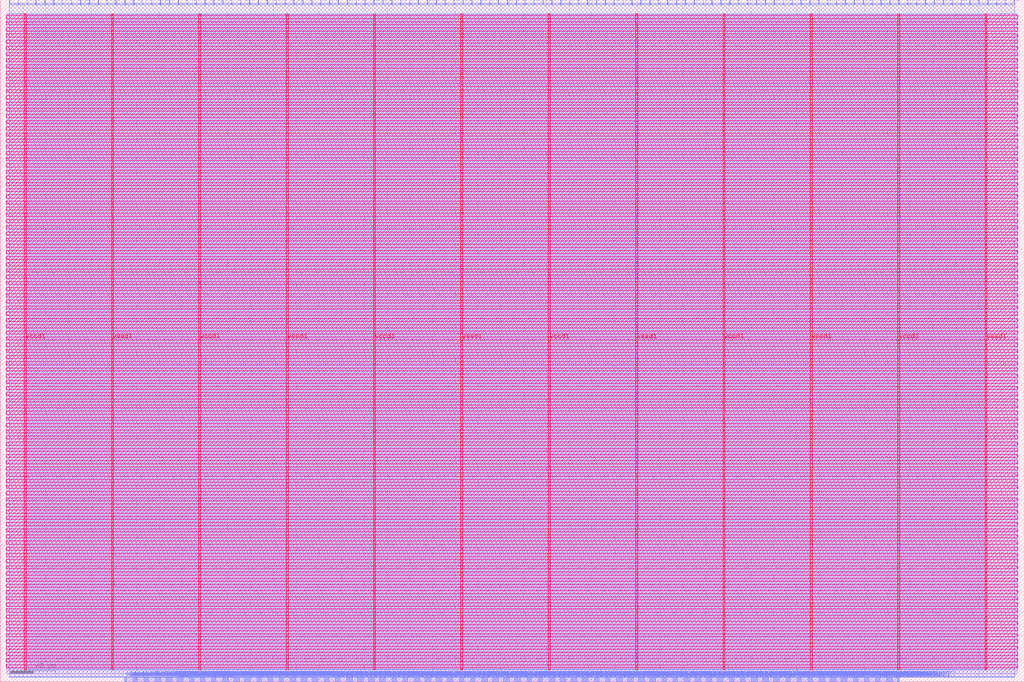
<source format=lef>
VERSION 5.7 ;
  NOWIREEXTENSIONATPIN ON ;
  DIVIDERCHAR "/" ;
  BUSBITCHARS "[]" ;
MACRO user_proj_example
  CLASS BLOCK ;
  FOREIGN user_proj_example ;
  ORIGIN 0.000 0.000 ;
  SIZE 900.000 BY 600.000 ;
  PIN io_in[0]
    DIRECTION INPUT ;
    USE SIGNAL ;
    PORT
      LAYER met2 ;
        RECT 7.910 596.000 8.190 600.000 ;
    END
  END io_in[0]
  PIN io_in[10]
    DIRECTION INPUT ;
    USE SIGNAL ;
    PORT
      LAYER met2 ;
        RECT 242.510 596.000 242.790 600.000 ;
    END
  END io_in[10]
  PIN io_in[11]
    DIRECTION INPUT ;
    USE SIGNAL ;
    PORT
      LAYER met2 ;
        RECT 265.970 596.000 266.250 600.000 ;
    END
  END io_in[11]
  PIN io_in[12]
    DIRECTION INPUT ;
    USE SIGNAL ;
    PORT
      LAYER met2 ;
        RECT 289.430 596.000 289.710 600.000 ;
    END
  END io_in[12]
  PIN io_in[13]
    DIRECTION INPUT ;
    USE SIGNAL ;
    PORT
      LAYER met2 ;
        RECT 312.890 596.000 313.170 600.000 ;
    END
  END io_in[13]
  PIN io_in[14]
    DIRECTION INPUT ;
    USE SIGNAL ;
    PORT
      LAYER met2 ;
        RECT 336.350 596.000 336.630 600.000 ;
    END
  END io_in[14]
  PIN io_in[15]
    DIRECTION INPUT ;
    USE SIGNAL ;
    PORT
      LAYER met2 ;
        RECT 359.810 596.000 360.090 600.000 ;
    END
  END io_in[15]
  PIN io_in[16]
    DIRECTION INPUT ;
    USE SIGNAL ;
    PORT
      LAYER met2 ;
        RECT 383.270 596.000 383.550 600.000 ;
    END
  END io_in[16]
  PIN io_in[17]
    DIRECTION INPUT ;
    USE SIGNAL ;
    PORT
      LAYER met2 ;
        RECT 406.730 596.000 407.010 600.000 ;
    END
  END io_in[17]
  PIN io_in[18]
    DIRECTION INPUT ;
    USE SIGNAL ;
    PORT
      LAYER met2 ;
        RECT 430.190 596.000 430.470 600.000 ;
    END
  END io_in[18]
  PIN io_in[19]
    DIRECTION INPUT ;
    USE SIGNAL ;
    PORT
      LAYER met2 ;
        RECT 453.650 596.000 453.930 600.000 ;
    END
  END io_in[19]
  PIN io_in[1]
    DIRECTION INPUT ;
    USE SIGNAL ;
    PORT
      LAYER met2 ;
        RECT 31.370 596.000 31.650 600.000 ;
    END
  END io_in[1]
  PIN io_in[20]
    DIRECTION INPUT ;
    USE SIGNAL ;
    PORT
      LAYER met2 ;
        RECT 477.110 596.000 477.390 600.000 ;
    END
  END io_in[20]
  PIN io_in[21]
    DIRECTION INPUT ;
    USE SIGNAL ;
    PORT
      LAYER met2 ;
        RECT 500.570 596.000 500.850 600.000 ;
    END
  END io_in[21]
  PIN io_in[22]
    DIRECTION INPUT ;
    USE SIGNAL ;
    PORT
      LAYER met2 ;
        RECT 524.030 596.000 524.310 600.000 ;
    END
  END io_in[22]
  PIN io_in[23]
    DIRECTION INPUT ;
    USE SIGNAL ;
    PORT
      LAYER met2 ;
        RECT 547.490 596.000 547.770 600.000 ;
    END
  END io_in[23]
  PIN io_in[24]
    DIRECTION INPUT ;
    USE SIGNAL ;
    PORT
      LAYER met2 ;
        RECT 570.950 596.000 571.230 600.000 ;
    END
  END io_in[24]
  PIN io_in[25]
    DIRECTION INPUT ;
    USE SIGNAL ;
    PORT
      LAYER met2 ;
        RECT 594.410 596.000 594.690 600.000 ;
    END
  END io_in[25]
  PIN io_in[26]
    DIRECTION INPUT ;
    USE SIGNAL ;
    PORT
      LAYER met2 ;
        RECT 617.870 596.000 618.150 600.000 ;
    END
  END io_in[26]
  PIN io_in[27]
    DIRECTION INPUT ;
    USE SIGNAL ;
    PORT
      LAYER met2 ;
        RECT 641.330 596.000 641.610 600.000 ;
    END
  END io_in[27]
  PIN io_in[28]
    DIRECTION INPUT ;
    USE SIGNAL ;
    PORT
      LAYER met2 ;
        RECT 664.790 596.000 665.070 600.000 ;
    END
  END io_in[28]
  PIN io_in[29]
    DIRECTION INPUT ;
    USE SIGNAL ;
    PORT
      LAYER met2 ;
        RECT 688.250 596.000 688.530 600.000 ;
    END
  END io_in[29]
  PIN io_in[2]
    DIRECTION INPUT ;
    USE SIGNAL ;
    PORT
      LAYER met2 ;
        RECT 54.830 596.000 55.110 600.000 ;
    END
  END io_in[2]
  PIN io_in[30]
    DIRECTION INPUT ;
    USE SIGNAL ;
    PORT
      LAYER met2 ;
        RECT 711.710 596.000 711.990 600.000 ;
    END
  END io_in[30]
  PIN io_in[31]
    DIRECTION INPUT ;
    USE SIGNAL ;
    PORT
      LAYER met2 ;
        RECT 735.170 596.000 735.450 600.000 ;
    END
  END io_in[31]
  PIN io_in[32]
    DIRECTION INPUT ;
    USE SIGNAL ;
    PORT
      LAYER met2 ;
        RECT 758.630 596.000 758.910 600.000 ;
    END
  END io_in[32]
  PIN io_in[33]
    DIRECTION INPUT ;
    USE SIGNAL ;
    PORT
      LAYER met2 ;
        RECT 782.090 596.000 782.370 600.000 ;
    END
  END io_in[33]
  PIN io_in[34]
    DIRECTION INPUT ;
    USE SIGNAL ;
    PORT
      LAYER met2 ;
        RECT 805.550 596.000 805.830 600.000 ;
    END
  END io_in[34]
  PIN io_in[35]
    DIRECTION INPUT ;
    USE SIGNAL ;
    PORT
      LAYER met2 ;
        RECT 829.010 596.000 829.290 600.000 ;
    END
  END io_in[35]
  PIN io_in[36]
    DIRECTION INPUT ;
    USE SIGNAL ;
    PORT
      LAYER met2 ;
        RECT 852.470 596.000 852.750 600.000 ;
    END
  END io_in[36]
  PIN io_in[37]
    DIRECTION INPUT ;
    USE SIGNAL ;
    PORT
      LAYER met2 ;
        RECT 875.930 596.000 876.210 600.000 ;
    END
  END io_in[37]
  PIN io_in[3]
    DIRECTION INPUT ;
    USE SIGNAL ;
    PORT
      LAYER met2 ;
        RECT 78.290 596.000 78.570 600.000 ;
    END
  END io_in[3]
  PIN io_in[4]
    DIRECTION INPUT ;
    USE SIGNAL ;
    PORT
      LAYER met2 ;
        RECT 101.750 596.000 102.030 600.000 ;
    END
  END io_in[4]
  PIN io_in[5]
    DIRECTION INPUT ;
    USE SIGNAL ;
    PORT
      LAYER met2 ;
        RECT 125.210 596.000 125.490 600.000 ;
    END
  END io_in[5]
  PIN io_in[6]
    DIRECTION INPUT ;
    USE SIGNAL ;
    PORT
      LAYER met2 ;
        RECT 148.670 596.000 148.950 600.000 ;
    END
  END io_in[6]
  PIN io_in[7]
    DIRECTION INPUT ;
    USE SIGNAL ;
    PORT
      LAYER met2 ;
        RECT 172.130 596.000 172.410 600.000 ;
    END
  END io_in[7]
  PIN io_in[8]
    DIRECTION INPUT ;
    USE SIGNAL ;
    PORT
      LAYER met2 ;
        RECT 195.590 596.000 195.870 600.000 ;
    END
  END io_in[8]
  PIN io_in[9]
    DIRECTION INPUT ;
    USE SIGNAL ;
    PORT
      LAYER met2 ;
        RECT 219.050 596.000 219.330 600.000 ;
    END
  END io_in[9]
  PIN io_oeb[0]
    DIRECTION OUTPUT TRISTATE ;
    USE SIGNAL ;
    PORT
      LAYER met2 ;
        RECT 15.730 596.000 16.010 600.000 ;
    END
  END io_oeb[0]
  PIN io_oeb[10]
    DIRECTION OUTPUT TRISTATE ;
    USE SIGNAL ;
    PORT
      LAYER met2 ;
        RECT 250.330 596.000 250.610 600.000 ;
    END
  END io_oeb[10]
  PIN io_oeb[11]
    DIRECTION OUTPUT TRISTATE ;
    USE SIGNAL ;
    PORT
      LAYER met2 ;
        RECT 273.790 596.000 274.070 600.000 ;
    END
  END io_oeb[11]
  PIN io_oeb[12]
    DIRECTION OUTPUT TRISTATE ;
    USE SIGNAL ;
    PORT
      LAYER met2 ;
        RECT 297.250 596.000 297.530 600.000 ;
    END
  END io_oeb[12]
  PIN io_oeb[13]
    DIRECTION OUTPUT TRISTATE ;
    USE SIGNAL ;
    PORT
      LAYER met2 ;
        RECT 320.710 596.000 320.990 600.000 ;
    END
  END io_oeb[13]
  PIN io_oeb[14]
    DIRECTION OUTPUT TRISTATE ;
    USE SIGNAL ;
    PORT
      LAYER met2 ;
        RECT 344.170 596.000 344.450 600.000 ;
    END
  END io_oeb[14]
  PIN io_oeb[15]
    DIRECTION OUTPUT TRISTATE ;
    USE SIGNAL ;
    PORT
      LAYER met2 ;
        RECT 367.630 596.000 367.910 600.000 ;
    END
  END io_oeb[15]
  PIN io_oeb[16]
    DIRECTION OUTPUT TRISTATE ;
    USE SIGNAL ;
    PORT
      LAYER met2 ;
        RECT 391.090 596.000 391.370 600.000 ;
    END
  END io_oeb[16]
  PIN io_oeb[17]
    DIRECTION OUTPUT TRISTATE ;
    USE SIGNAL ;
    PORT
      LAYER met2 ;
        RECT 414.550 596.000 414.830 600.000 ;
    END
  END io_oeb[17]
  PIN io_oeb[18]
    DIRECTION OUTPUT TRISTATE ;
    USE SIGNAL ;
    PORT
      LAYER met2 ;
        RECT 438.010 596.000 438.290 600.000 ;
    END
  END io_oeb[18]
  PIN io_oeb[19]
    DIRECTION OUTPUT TRISTATE ;
    USE SIGNAL ;
    PORT
      LAYER met2 ;
        RECT 461.470 596.000 461.750 600.000 ;
    END
  END io_oeb[19]
  PIN io_oeb[1]
    DIRECTION OUTPUT TRISTATE ;
    USE SIGNAL ;
    PORT
      LAYER met2 ;
        RECT 39.190 596.000 39.470 600.000 ;
    END
  END io_oeb[1]
  PIN io_oeb[20]
    DIRECTION OUTPUT TRISTATE ;
    USE SIGNAL ;
    PORT
      LAYER met2 ;
        RECT 484.930 596.000 485.210 600.000 ;
    END
  END io_oeb[20]
  PIN io_oeb[21]
    DIRECTION OUTPUT TRISTATE ;
    USE SIGNAL ;
    PORT
      LAYER met2 ;
        RECT 508.390 596.000 508.670 600.000 ;
    END
  END io_oeb[21]
  PIN io_oeb[22]
    DIRECTION OUTPUT TRISTATE ;
    USE SIGNAL ;
    PORT
      LAYER met2 ;
        RECT 531.850 596.000 532.130 600.000 ;
    END
  END io_oeb[22]
  PIN io_oeb[23]
    DIRECTION OUTPUT TRISTATE ;
    USE SIGNAL ;
    PORT
      LAYER met2 ;
        RECT 555.310 596.000 555.590 600.000 ;
    END
  END io_oeb[23]
  PIN io_oeb[24]
    DIRECTION OUTPUT TRISTATE ;
    USE SIGNAL ;
    PORT
      LAYER met2 ;
        RECT 578.770 596.000 579.050 600.000 ;
    END
  END io_oeb[24]
  PIN io_oeb[25]
    DIRECTION OUTPUT TRISTATE ;
    USE SIGNAL ;
    PORT
      LAYER met2 ;
        RECT 602.230 596.000 602.510 600.000 ;
    END
  END io_oeb[25]
  PIN io_oeb[26]
    DIRECTION OUTPUT TRISTATE ;
    USE SIGNAL ;
    PORT
      LAYER met2 ;
        RECT 625.690 596.000 625.970 600.000 ;
    END
  END io_oeb[26]
  PIN io_oeb[27]
    DIRECTION OUTPUT TRISTATE ;
    USE SIGNAL ;
    PORT
      LAYER met2 ;
        RECT 649.150 596.000 649.430 600.000 ;
    END
  END io_oeb[27]
  PIN io_oeb[28]
    DIRECTION OUTPUT TRISTATE ;
    USE SIGNAL ;
    PORT
      LAYER met2 ;
        RECT 672.610 596.000 672.890 600.000 ;
    END
  END io_oeb[28]
  PIN io_oeb[29]
    DIRECTION OUTPUT TRISTATE ;
    USE SIGNAL ;
    PORT
      LAYER met2 ;
        RECT 696.070 596.000 696.350 600.000 ;
    END
  END io_oeb[29]
  PIN io_oeb[2]
    DIRECTION OUTPUT TRISTATE ;
    USE SIGNAL ;
    PORT
      LAYER met2 ;
        RECT 62.650 596.000 62.930 600.000 ;
    END
  END io_oeb[2]
  PIN io_oeb[30]
    DIRECTION OUTPUT TRISTATE ;
    USE SIGNAL ;
    PORT
      LAYER met2 ;
        RECT 719.530 596.000 719.810 600.000 ;
    END
  END io_oeb[30]
  PIN io_oeb[31]
    DIRECTION OUTPUT TRISTATE ;
    USE SIGNAL ;
    PORT
      LAYER met2 ;
        RECT 742.990 596.000 743.270 600.000 ;
    END
  END io_oeb[31]
  PIN io_oeb[32]
    DIRECTION OUTPUT TRISTATE ;
    USE SIGNAL ;
    PORT
      LAYER met2 ;
        RECT 766.450 596.000 766.730 600.000 ;
    END
  END io_oeb[32]
  PIN io_oeb[33]
    DIRECTION OUTPUT TRISTATE ;
    USE SIGNAL ;
    PORT
      LAYER met2 ;
        RECT 789.910 596.000 790.190 600.000 ;
    END
  END io_oeb[33]
  PIN io_oeb[34]
    DIRECTION OUTPUT TRISTATE ;
    USE SIGNAL ;
    PORT
      LAYER met2 ;
        RECT 813.370 596.000 813.650 600.000 ;
    END
  END io_oeb[34]
  PIN io_oeb[35]
    DIRECTION OUTPUT TRISTATE ;
    USE SIGNAL ;
    PORT
      LAYER met2 ;
        RECT 836.830 596.000 837.110 600.000 ;
    END
  END io_oeb[35]
  PIN io_oeb[36]
    DIRECTION OUTPUT TRISTATE ;
    USE SIGNAL ;
    PORT
      LAYER met2 ;
        RECT 860.290 596.000 860.570 600.000 ;
    END
  END io_oeb[36]
  PIN io_oeb[37]
    DIRECTION OUTPUT TRISTATE ;
    USE SIGNAL ;
    PORT
      LAYER met2 ;
        RECT 883.750 596.000 884.030 600.000 ;
    END
  END io_oeb[37]
  PIN io_oeb[3]
    DIRECTION OUTPUT TRISTATE ;
    USE SIGNAL ;
    PORT
      LAYER met2 ;
        RECT 86.110 596.000 86.390 600.000 ;
    END
  END io_oeb[3]
  PIN io_oeb[4]
    DIRECTION OUTPUT TRISTATE ;
    USE SIGNAL ;
    PORT
      LAYER met2 ;
        RECT 109.570 596.000 109.850 600.000 ;
    END
  END io_oeb[4]
  PIN io_oeb[5]
    DIRECTION OUTPUT TRISTATE ;
    USE SIGNAL ;
    PORT
      LAYER met2 ;
        RECT 133.030 596.000 133.310 600.000 ;
    END
  END io_oeb[5]
  PIN io_oeb[6]
    DIRECTION OUTPUT TRISTATE ;
    USE SIGNAL ;
    PORT
      LAYER met2 ;
        RECT 156.490 596.000 156.770 600.000 ;
    END
  END io_oeb[6]
  PIN io_oeb[7]
    DIRECTION OUTPUT TRISTATE ;
    USE SIGNAL ;
    PORT
      LAYER met2 ;
        RECT 179.950 596.000 180.230 600.000 ;
    END
  END io_oeb[7]
  PIN io_oeb[8]
    DIRECTION OUTPUT TRISTATE ;
    USE SIGNAL ;
    PORT
      LAYER met2 ;
        RECT 203.410 596.000 203.690 600.000 ;
    END
  END io_oeb[8]
  PIN io_oeb[9]
    DIRECTION OUTPUT TRISTATE ;
    USE SIGNAL ;
    PORT
      LAYER met2 ;
        RECT 226.870 596.000 227.150 600.000 ;
    END
  END io_oeb[9]
  PIN io_out[0]
    DIRECTION OUTPUT TRISTATE ;
    USE SIGNAL ;
    PORT
      LAYER met2 ;
        RECT 23.550 596.000 23.830 600.000 ;
    END
  END io_out[0]
  PIN io_out[10]
    DIRECTION OUTPUT TRISTATE ;
    USE SIGNAL ;
    PORT
      LAYER met2 ;
        RECT 258.150 596.000 258.430 600.000 ;
    END
  END io_out[10]
  PIN io_out[11]
    DIRECTION OUTPUT TRISTATE ;
    USE SIGNAL ;
    PORT
      LAYER met2 ;
        RECT 281.610 596.000 281.890 600.000 ;
    END
  END io_out[11]
  PIN io_out[12]
    DIRECTION OUTPUT TRISTATE ;
    USE SIGNAL ;
    PORT
      LAYER met2 ;
        RECT 305.070 596.000 305.350 600.000 ;
    END
  END io_out[12]
  PIN io_out[13]
    DIRECTION OUTPUT TRISTATE ;
    USE SIGNAL ;
    PORT
      LAYER met2 ;
        RECT 328.530 596.000 328.810 600.000 ;
    END
  END io_out[13]
  PIN io_out[14]
    DIRECTION OUTPUT TRISTATE ;
    USE SIGNAL ;
    PORT
      LAYER met2 ;
        RECT 351.990 596.000 352.270 600.000 ;
    END
  END io_out[14]
  PIN io_out[15]
    DIRECTION OUTPUT TRISTATE ;
    USE SIGNAL ;
    PORT
      LAYER met2 ;
        RECT 375.450 596.000 375.730 600.000 ;
    END
  END io_out[15]
  PIN io_out[16]
    DIRECTION OUTPUT TRISTATE ;
    USE SIGNAL ;
    PORT
      LAYER met2 ;
        RECT 398.910 596.000 399.190 600.000 ;
    END
  END io_out[16]
  PIN io_out[17]
    DIRECTION OUTPUT TRISTATE ;
    USE SIGNAL ;
    PORT
      LAYER met2 ;
        RECT 422.370 596.000 422.650 600.000 ;
    END
  END io_out[17]
  PIN io_out[18]
    DIRECTION OUTPUT TRISTATE ;
    USE SIGNAL ;
    PORT
      LAYER met2 ;
        RECT 445.830 596.000 446.110 600.000 ;
    END
  END io_out[18]
  PIN io_out[19]
    DIRECTION OUTPUT TRISTATE ;
    USE SIGNAL ;
    PORT
      LAYER met2 ;
        RECT 469.290 596.000 469.570 600.000 ;
    END
  END io_out[19]
  PIN io_out[1]
    DIRECTION OUTPUT TRISTATE ;
    USE SIGNAL ;
    PORT
      LAYER met2 ;
        RECT 47.010 596.000 47.290 600.000 ;
    END
  END io_out[1]
  PIN io_out[20]
    DIRECTION OUTPUT TRISTATE ;
    USE SIGNAL ;
    PORT
      LAYER met2 ;
        RECT 492.750 596.000 493.030 600.000 ;
    END
  END io_out[20]
  PIN io_out[21]
    DIRECTION OUTPUT TRISTATE ;
    USE SIGNAL ;
    PORT
      LAYER met2 ;
        RECT 516.210 596.000 516.490 600.000 ;
    END
  END io_out[21]
  PIN io_out[22]
    DIRECTION OUTPUT TRISTATE ;
    USE SIGNAL ;
    PORT
      LAYER met2 ;
        RECT 539.670 596.000 539.950 600.000 ;
    END
  END io_out[22]
  PIN io_out[23]
    DIRECTION OUTPUT TRISTATE ;
    USE SIGNAL ;
    PORT
      LAYER met2 ;
        RECT 563.130 596.000 563.410 600.000 ;
    END
  END io_out[23]
  PIN io_out[24]
    DIRECTION OUTPUT TRISTATE ;
    USE SIGNAL ;
    PORT
      LAYER met2 ;
        RECT 586.590 596.000 586.870 600.000 ;
    END
  END io_out[24]
  PIN io_out[25]
    DIRECTION OUTPUT TRISTATE ;
    USE SIGNAL ;
    PORT
      LAYER met2 ;
        RECT 610.050 596.000 610.330 600.000 ;
    END
  END io_out[25]
  PIN io_out[26]
    DIRECTION OUTPUT TRISTATE ;
    USE SIGNAL ;
    PORT
      LAYER met2 ;
        RECT 633.510 596.000 633.790 600.000 ;
    END
  END io_out[26]
  PIN io_out[27]
    DIRECTION OUTPUT TRISTATE ;
    USE SIGNAL ;
    PORT
      LAYER met2 ;
        RECT 656.970 596.000 657.250 600.000 ;
    END
  END io_out[27]
  PIN io_out[28]
    DIRECTION OUTPUT TRISTATE ;
    USE SIGNAL ;
    PORT
      LAYER met2 ;
        RECT 680.430 596.000 680.710 600.000 ;
    END
  END io_out[28]
  PIN io_out[29]
    DIRECTION OUTPUT TRISTATE ;
    USE SIGNAL ;
    PORT
      LAYER met2 ;
        RECT 703.890 596.000 704.170 600.000 ;
    END
  END io_out[29]
  PIN io_out[2]
    DIRECTION OUTPUT TRISTATE ;
    USE SIGNAL ;
    PORT
      LAYER met2 ;
        RECT 70.470 596.000 70.750 600.000 ;
    END
  END io_out[2]
  PIN io_out[30]
    DIRECTION OUTPUT TRISTATE ;
    USE SIGNAL ;
    PORT
      LAYER met2 ;
        RECT 727.350 596.000 727.630 600.000 ;
    END
  END io_out[30]
  PIN io_out[31]
    DIRECTION OUTPUT TRISTATE ;
    USE SIGNAL ;
    PORT
      LAYER met2 ;
        RECT 750.810 596.000 751.090 600.000 ;
    END
  END io_out[31]
  PIN io_out[32]
    DIRECTION OUTPUT TRISTATE ;
    USE SIGNAL ;
    PORT
      LAYER met2 ;
        RECT 774.270 596.000 774.550 600.000 ;
    END
  END io_out[32]
  PIN io_out[33]
    DIRECTION OUTPUT TRISTATE ;
    USE SIGNAL ;
    PORT
      LAYER met2 ;
        RECT 797.730 596.000 798.010 600.000 ;
    END
  END io_out[33]
  PIN io_out[34]
    DIRECTION OUTPUT TRISTATE ;
    USE SIGNAL ;
    PORT
      LAYER met2 ;
        RECT 821.190 596.000 821.470 600.000 ;
    END
  END io_out[34]
  PIN io_out[35]
    DIRECTION OUTPUT TRISTATE ;
    USE SIGNAL ;
    PORT
      LAYER met2 ;
        RECT 844.650 596.000 844.930 600.000 ;
    END
  END io_out[35]
  PIN io_out[36]
    DIRECTION OUTPUT TRISTATE ;
    USE SIGNAL ;
    PORT
      LAYER met2 ;
        RECT 868.110 596.000 868.390 600.000 ;
    END
  END io_out[36]
  PIN io_out[37]
    DIRECTION OUTPUT TRISTATE ;
    USE SIGNAL ;
    PORT
      LAYER met2 ;
        RECT 891.570 596.000 891.850 600.000 ;
    END
  END io_out[37]
  PIN io_out[3]
    DIRECTION OUTPUT TRISTATE ;
    USE SIGNAL ;
    PORT
      LAYER met2 ;
        RECT 93.930 596.000 94.210 600.000 ;
    END
  END io_out[3]
  PIN io_out[4]
    DIRECTION OUTPUT TRISTATE ;
    USE SIGNAL ;
    PORT
      LAYER met2 ;
        RECT 117.390 596.000 117.670 600.000 ;
    END
  END io_out[4]
  PIN io_out[5]
    DIRECTION OUTPUT TRISTATE ;
    USE SIGNAL ;
    PORT
      LAYER met2 ;
        RECT 140.850 596.000 141.130 600.000 ;
    END
  END io_out[5]
  PIN io_out[6]
    DIRECTION OUTPUT TRISTATE ;
    USE SIGNAL ;
    PORT
      LAYER met2 ;
        RECT 164.310 596.000 164.590 600.000 ;
    END
  END io_out[6]
  PIN io_out[7]
    DIRECTION OUTPUT TRISTATE ;
    USE SIGNAL ;
    PORT
      LAYER met2 ;
        RECT 187.770 596.000 188.050 600.000 ;
    END
  END io_out[7]
  PIN io_out[8]
    DIRECTION OUTPUT TRISTATE ;
    USE SIGNAL ;
    PORT
      LAYER met2 ;
        RECT 211.230 596.000 211.510 600.000 ;
    END
  END io_out[8]
  PIN io_out[9]
    DIRECTION OUTPUT TRISTATE ;
    USE SIGNAL ;
    PORT
      LAYER met2 ;
        RECT 234.690 596.000 234.970 600.000 ;
    END
  END io_out[9]
  PIN irq[0]
    DIRECTION OUTPUT TRISTATE ;
    USE SIGNAL ;
    PORT
      LAYER met2 ;
        RECT 785.770 0.000 786.050 4.000 ;
    END
  END irq[0]
  PIN irq[1]
    DIRECTION OUTPUT TRISTATE ;
    USE SIGNAL ;
    PORT
      LAYER met2 ;
        RECT 787.150 0.000 787.430 4.000 ;
    END
  END irq[1]
  PIN irq[2]
    DIRECTION OUTPUT TRISTATE ;
    USE SIGNAL ;
    PORT
      LAYER met2 ;
        RECT 788.530 0.000 788.810 4.000 ;
    END
  END irq[2]
  PIN la_data_in[0]
    DIRECTION INPUT ;
    USE SIGNAL ;
    PORT
      LAYER met2 ;
        RECT 255.850 0.000 256.130 4.000 ;
    END
  END la_data_in[0]
  PIN la_data_in[100]
    DIRECTION INPUT ;
    USE SIGNAL ;
    PORT
      LAYER met2 ;
        RECT 669.850 0.000 670.130 4.000 ;
    END
  END la_data_in[100]
  PIN la_data_in[101]
    DIRECTION INPUT ;
    USE SIGNAL ;
    PORT
      LAYER met2 ;
        RECT 673.990 0.000 674.270 4.000 ;
    END
  END la_data_in[101]
  PIN la_data_in[102]
    DIRECTION INPUT ;
    USE SIGNAL ;
    PORT
      LAYER met2 ;
        RECT 678.130 0.000 678.410 4.000 ;
    END
  END la_data_in[102]
  PIN la_data_in[103]
    DIRECTION INPUT ;
    USE SIGNAL ;
    PORT
      LAYER met2 ;
        RECT 682.270 0.000 682.550 4.000 ;
    END
  END la_data_in[103]
  PIN la_data_in[104]
    DIRECTION INPUT ;
    USE SIGNAL ;
    PORT
      LAYER met2 ;
        RECT 686.410 0.000 686.690 4.000 ;
    END
  END la_data_in[104]
  PIN la_data_in[105]
    DIRECTION INPUT ;
    USE SIGNAL ;
    PORT
      LAYER met2 ;
        RECT 690.550 0.000 690.830 4.000 ;
    END
  END la_data_in[105]
  PIN la_data_in[106]
    DIRECTION INPUT ;
    USE SIGNAL ;
    PORT
      LAYER met2 ;
        RECT 694.690 0.000 694.970 4.000 ;
    END
  END la_data_in[106]
  PIN la_data_in[107]
    DIRECTION INPUT ;
    USE SIGNAL ;
    PORT
      LAYER met2 ;
        RECT 698.830 0.000 699.110 4.000 ;
    END
  END la_data_in[107]
  PIN la_data_in[108]
    DIRECTION INPUT ;
    USE SIGNAL ;
    PORT
      LAYER met2 ;
        RECT 702.970 0.000 703.250 4.000 ;
    END
  END la_data_in[108]
  PIN la_data_in[109]
    DIRECTION INPUT ;
    USE SIGNAL ;
    PORT
      LAYER met2 ;
        RECT 707.110 0.000 707.390 4.000 ;
    END
  END la_data_in[109]
  PIN la_data_in[10]
    DIRECTION INPUT ;
    USE SIGNAL ;
    PORT
      LAYER met2 ;
        RECT 297.250 0.000 297.530 4.000 ;
    END
  END la_data_in[10]
  PIN la_data_in[110]
    DIRECTION INPUT ;
    USE SIGNAL ;
    PORT
      LAYER met2 ;
        RECT 711.250 0.000 711.530 4.000 ;
    END
  END la_data_in[110]
  PIN la_data_in[111]
    DIRECTION INPUT ;
    USE SIGNAL ;
    PORT
      LAYER met2 ;
        RECT 715.390 0.000 715.670 4.000 ;
    END
  END la_data_in[111]
  PIN la_data_in[112]
    DIRECTION INPUT ;
    USE SIGNAL ;
    PORT
      LAYER met2 ;
        RECT 719.530 0.000 719.810 4.000 ;
    END
  END la_data_in[112]
  PIN la_data_in[113]
    DIRECTION INPUT ;
    USE SIGNAL ;
    PORT
      LAYER met2 ;
        RECT 723.670 0.000 723.950 4.000 ;
    END
  END la_data_in[113]
  PIN la_data_in[114]
    DIRECTION INPUT ;
    USE SIGNAL ;
    PORT
      LAYER met2 ;
        RECT 727.810 0.000 728.090 4.000 ;
    END
  END la_data_in[114]
  PIN la_data_in[115]
    DIRECTION INPUT ;
    USE SIGNAL ;
    PORT
      LAYER met2 ;
        RECT 731.950 0.000 732.230 4.000 ;
    END
  END la_data_in[115]
  PIN la_data_in[116]
    DIRECTION INPUT ;
    USE SIGNAL ;
    PORT
      LAYER met2 ;
        RECT 736.090 0.000 736.370 4.000 ;
    END
  END la_data_in[116]
  PIN la_data_in[117]
    DIRECTION INPUT ;
    USE SIGNAL ;
    PORT
      LAYER met2 ;
        RECT 740.230 0.000 740.510 4.000 ;
    END
  END la_data_in[117]
  PIN la_data_in[118]
    DIRECTION INPUT ;
    USE SIGNAL ;
    PORT
      LAYER met2 ;
        RECT 744.370 0.000 744.650 4.000 ;
    END
  END la_data_in[118]
  PIN la_data_in[119]
    DIRECTION INPUT ;
    USE SIGNAL ;
    PORT
      LAYER met2 ;
        RECT 748.510 0.000 748.790 4.000 ;
    END
  END la_data_in[119]
  PIN la_data_in[11]
    DIRECTION INPUT ;
    USE SIGNAL ;
    PORT
      LAYER met2 ;
        RECT 301.390 0.000 301.670 4.000 ;
    END
  END la_data_in[11]
  PIN la_data_in[120]
    DIRECTION INPUT ;
    USE SIGNAL ;
    PORT
      LAYER met2 ;
        RECT 752.650 0.000 752.930 4.000 ;
    END
  END la_data_in[120]
  PIN la_data_in[121]
    DIRECTION INPUT ;
    USE SIGNAL ;
    PORT
      LAYER met2 ;
        RECT 756.790 0.000 757.070 4.000 ;
    END
  END la_data_in[121]
  PIN la_data_in[122]
    DIRECTION INPUT ;
    USE SIGNAL ;
    PORT
      LAYER met2 ;
        RECT 760.930 0.000 761.210 4.000 ;
    END
  END la_data_in[122]
  PIN la_data_in[123]
    DIRECTION INPUT ;
    USE SIGNAL ;
    PORT
      LAYER met2 ;
        RECT 765.070 0.000 765.350 4.000 ;
    END
  END la_data_in[123]
  PIN la_data_in[124]
    DIRECTION INPUT ;
    USE SIGNAL ;
    PORT
      LAYER met2 ;
        RECT 769.210 0.000 769.490 4.000 ;
    END
  END la_data_in[124]
  PIN la_data_in[125]
    DIRECTION INPUT ;
    USE SIGNAL ;
    PORT
      LAYER met2 ;
        RECT 773.350 0.000 773.630 4.000 ;
    END
  END la_data_in[125]
  PIN la_data_in[126]
    DIRECTION INPUT ;
    USE SIGNAL ;
    PORT
      LAYER met2 ;
        RECT 777.490 0.000 777.770 4.000 ;
    END
  END la_data_in[126]
  PIN la_data_in[127]
    DIRECTION INPUT ;
    USE SIGNAL ;
    PORT
      LAYER met2 ;
        RECT 781.630 0.000 781.910 4.000 ;
    END
  END la_data_in[127]
  PIN la_data_in[12]
    DIRECTION INPUT ;
    USE SIGNAL ;
    PORT
      LAYER met2 ;
        RECT 305.530 0.000 305.810 4.000 ;
    END
  END la_data_in[12]
  PIN la_data_in[13]
    DIRECTION INPUT ;
    USE SIGNAL ;
    PORT
      LAYER met2 ;
        RECT 309.670 0.000 309.950 4.000 ;
    END
  END la_data_in[13]
  PIN la_data_in[14]
    DIRECTION INPUT ;
    USE SIGNAL ;
    PORT
      LAYER met2 ;
        RECT 313.810 0.000 314.090 4.000 ;
    END
  END la_data_in[14]
  PIN la_data_in[15]
    DIRECTION INPUT ;
    USE SIGNAL ;
    PORT
      LAYER met2 ;
        RECT 317.950 0.000 318.230 4.000 ;
    END
  END la_data_in[15]
  PIN la_data_in[16]
    DIRECTION INPUT ;
    USE SIGNAL ;
    PORT
      LAYER met2 ;
        RECT 322.090 0.000 322.370 4.000 ;
    END
  END la_data_in[16]
  PIN la_data_in[17]
    DIRECTION INPUT ;
    USE SIGNAL ;
    PORT
      LAYER met2 ;
        RECT 326.230 0.000 326.510 4.000 ;
    END
  END la_data_in[17]
  PIN la_data_in[18]
    DIRECTION INPUT ;
    USE SIGNAL ;
    PORT
      LAYER met2 ;
        RECT 330.370 0.000 330.650 4.000 ;
    END
  END la_data_in[18]
  PIN la_data_in[19]
    DIRECTION INPUT ;
    USE SIGNAL ;
    PORT
      LAYER met2 ;
        RECT 334.510 0.000 334.790 4.000 ;
    END
  END la_data_in[19]
  PIN la_data_in[1]
    DIRECTION INPUT ;
    USE SIGNAL ;
    PORT
      LAYER met2 ;
        RECT 259.990 0.000 260.270 4.000 ;
    END
  END la_data_in[1]
  PIN la_data_in[20]
    DIRECTION INPUT ;
    USE SIGNAL ;
    PORT
      LAYER met2 ;
        RECT 338.650 0.000 338.930 4.000 ;
    END
  END la_data_in[20]
  PIN la_data_in[21]
    DIRECTION INPUT ;
    USE SIGNAL ;
    PORT
      LAYER met2 ;
        RECT 342.790 0.000 343.070 4.000 ;
    END
  END la_data_in[21]
  PIN la_data_in[22]
    DIRECTION INPUT ;
    USE SIGNAL ;
    PORT
      LAYER met2 ;
        RECT 346.930 0.000 347.210 4.000 ;
    END
  END la_data_in[22]
  PIN la_data_in[23]
    DIRECTION INPUT ;
    USE SIGNAL ;
    PORT
      LAYER met2 ;
        RECT 351.070 0.000 351.350 4.000 ;
    END
  END la_data_in[23]
  PIN la_data_in[24]
    DIRECTION INPUT ;
    USE SIGNAL ;
    PORT
      LAYER met2 ;
        RECT 355.210 0.000 355.490 4.000 ;
    END
  END la_data_in[24]
  PIN la_data_in[25]
    DIRECTION INPUT ;
    USE SIGNAL ;
    PORT
      LAYER met2 ;
        RECT 359.350 0.000 359.630 4.000 ;
    END
  END la_data_in[25]
  PIN la_data_in[26]
    DIRECTION INPUT ;
    USE SIGNAL ;
    PORT
      LAYER met2 ;
        RECT 363.490 0.000 363.770 4.000 ;
    END
  END la_data_in[26]
  PIN la_data_in[27]
    DIRECTION INPUT ;
    USE SIGNAL ;
    PORT
      LAYER met2 ;
        RECT 367.630 0.000 367.910 4.000 ;
    END
  END la_data_in[27]
  PIN la_data_in[28]
    DIRECTION INPUT ;
    USE SIGNAL ;
    PORT
      LAYER met2 ;
        RECT 371.770 0.000 372.050 4.000 ;
    END
  END la_data_in[28]
  PIN la_data_in[29]
    DIRECTION INPUT ;
    USE SIGNAL ;
    PORT
      LAYER met2 ;
        RECT 375.910 0.000 376.190 4.000 ;
    END
  END la_data_in[29]
  PIN la_data_in[2]
    DIRECTION INPUT ;
    USE SIGNAL ;
    PORT
      LAYER met2 ;
        RECT 264.130 0.000 264.410 4.000 ;
    END
  END la_data_in[2]
  PIN la_data_in[30]
    DIRECTION INPUT ;
    USE SIGNAL ;
    PORT
      LAYER met2 ;
        RECT 380.050 0.000 380.330 4.000 ;
    END
  END la_data_in[30]
  PIN la_data_in[31]
    DIRECTION INPUT ;
    USE SIGNAL ;
    PORT
      LAYER met2 ;
        RECT 384.190 0.000 384.470 4.000 ;
    END
  END la_data_in[31]
  PIN la_data_in[32]
    DIRECTION INPUT ;
    USE SIGNAL ;
    PORT
      LAYER met2 ;
        RECT 388.330 0.000 388.610 4.000 ;
    END
  END la_data_in[32]
  PIN la_data_in[33]
    DIRECTION INPUT ;
    USE SIGNAL ;
    PORT
      LAYER met2 ;
        RECT 392.470 0.000 392.750 4.000 ;
    END
  END la_data_in[33]
  PIN la_data_in[34]
    DIRECTION INPUT ;
    USE SIGNAL ;
    PORT
      LAYER met2 ;
        RECT 396.610 0.000 396.890 4.000 ;
    END
  END la_data_in[34]
  PIN la_data_in[35]
    DIRECTION INPUT ;
    USE SIGNAL ;
    PORT
      LAYER met2 ;
        RECT 400.750 0.000 401.030 4.000 ;
    END
  END la_data_in[35]
  PIN la_data_in[36]
    DIRECTION INPUT ;
    USE SIGNAL ;
    PORT
      LAYER met2 ;
        RECT 404.890 0.000 405.170 4.000 ;
    END
  END la_data_in[36]
  PIN la_data_in[37]
    DIRECTION INPUT ;
    USE SIGNAL ;
    PORT
      LAYER met2 ;
        RECT 409.030 0.000 409.310 4.000 ;
    END
  END la_data_in[37]
  PIN la_data_in[38]
    DIRECTION INPUT ;
    USE SIGNAL ;
    PORT
      LAYER met2 ;
        RECT 413.170 0.000 413.450 4.000 ;
    END
  END la_data_in[38]
  PIN la_data_in[39]
    DIRECTION INPUT ;
    USE SIGNAL ;
    PORT
      LAYER met2 ;
        RECT 417.310 0.000 417.590 4.000 ;
    END
  END la_data_in[39]
  PIN la_data_in[3]
    DIRECTION INPUT ;
    USE SIGNAL ;
    PORT
      LAYER met2 ;
        RECT 268.270 0.000 268.550 4.000 ;
    END
  END la_data_in[3]
  PIN la_data_in[40]
    DIRECTION INPUT ;
    USE SIGNAL ;
    PORT
      LAYER met2 ;
        RECT 421.450 0.000 421.730 4.000 ;
    END
  END la_data_in[40]
  PIN la_data_in[41]
    DIRECTION INPUT ;
    USE SIGNAL ;
    PORT
      LAYER met2 ;
        RECT 425.590 0.000 425.870 4.000 ;
    END
  END la_data_in[41]
  PIN la_data_in[42]
    DIRECTION INPUT ;
    USE SIGNAL ;
    PORT
      LAYER met2 ;
        RECT 429.730 0.000 430.010 4.000 ;
    END
  END la_data_in[42]
  PIN la_data_in[43]
    DIRECTION INPUT ;
    USE SIGNAL ;
    PORT
      LAYER met2 ;
        RECT 433.870 0.000 434.150 4.000 ;
    END
  END la_data_in[43]
  PIN la_data_in[44]
    DIRECTION INPUT ;
    USE SIGNAL ;
    PORT
      LAYER met2 ;
        RECT 438.010 0.000 438.290 4.000 ;
    END
  END la_data_in[44]
  PIN la_data_in[45]
    DIRECTION INPUT ;
    USE SIGNAL ;
    PORT
      LAYER met2 ;
        RECT 442.150 0.000 442.430 4.000 ;
    END
  END la_data_in[45]
  PIN la_data_in[46]
    DIRECTION INPUT ;
    USE SIGNAL ;
    PORT
      LAYER met2 ;
        RECT 446.290 0.000 446.570 4.000 ;
    END
  END la_data_in[46]
  PIN la_data_in[47]
    DIRECTION INPUT ;
    USE SIGNAL ;
    PORT
      LAYER met2 ;
        RECT 450.430 0.000 450.710 4.000 ;
    END
  END la_data_in[47]
  PIN la_data_in[48]
    DIRECTION INPUT ;
    USE SIGNAL ;
    PORT
      LAYER met2 ;
        RECT 454.570 0.000 454.850 4.000 ;
    END
  END la_data_in[48]
  PIN la_data_in[49]
    DIRECTION INPUT ;
    USE SIGNAL ;
    PORT
      LAYER met2 ;
        RECT 458.710 0.000 458.990 4.000 ;
    END
  END la_data_in[49]
  PIN la_data_in[4]
    DIRECTION INPUT ;
    USE SIGNAL ;
    PORT
      LAYER met2 ;
        RECT 272.410 0.000 272.690 4.000 ;
    END
  END la_data_in[4]
  PIN la_data_in[50]
    DIRECTION INPUT ;
    USE SIGNAL ;
    PORT
      LAYER met2 ;
        RECT 462.850 0.000 463.130 4.000 ;
    END
  END la_data_in[50]
  PIN la_data_in[51]
    DIRECTION INPUT ;
    USE SIGNAL ;
    PORT
      LAYER met2 ;
        RECT 466.990 0.000 467.270 4.000 ;
    END
  END la_data_in[51]
  PIN la_data_in[52]
    DIRECTION INPUT ;
    USE SIGNAL ;
    PORT
      LAYER met2 ;
        RECT 471.130 0.000 471.410 4.000 ;
    END
  END la_data_in[52]
  PIN la_data_in[53]
    DIRECTION INPUT ;
    USE SIGNAL ;
    PORT
      LAYER met2 ;
        RECT 475.270 0.000 475.550 4.000 ;
    END
  END la_data_in[53]
  PIN la_data_in[54]
    DIRECTION INPUT ;
    USE SIGNAL ;
    PORT
      LAYER met2 ;
        RECT 479.410 0.000 479.690 4.000 ;
    END
  END la_data_in[54]
  PIN la_data_in[55]
    DIRECTION INPUT ;
    USE SIGNAL ;
    PORT
      LAYER met2 ;
        RECT 483.550 0.000 483.830 4.000 ;
    END
  END la_data_in[55]
  PIN la_data_in[56]
    DIRECTION INPUT ;
    USE SIGNAL ;
    PORT
      LAYER met2 ;
        RECT 487.690 0.000 487.970 4.000 ;
    END
  END la_data_in[56]
  PIN la_data_in[57]
    DIRECTION INPUT ;
    USE SIGNAL ;
    PORT
      LAYER met2 ;
        RECT 491.830 0.000 492.110 4.000 ;
    END
  END la_data_in[57]
  PIN la_data_in[58]
    DIRECTION INPUT ;
    USE SIGNAL ;
    PORT
      LAYER met2 ;
        RECT 495.970 0.000 496.250 4.000 ;
    END
  END la_data_in[58]
  PIN la_data_in[59]
    DIRECTION INPUT ;
    USE SIGNAL ;
    PORT
      LAYER met2 ;
        RECT 500.110 0.000 500.390 4.000 ;
    END
  END la_data_in[59]
  PIN la_data_in[5]
    DIRECTION INPUT ;
    USE SIGNAL ;
    PORT
      LAYER met2 ;
        RECT 276.550 0.000 276.830 4.000 ;
    END
  END la_data_in[5]
  PIN la_data_in[60]
    DIRECTION INPUT ;
    USE SIGNAL ;
    PORT
      LAYER met2 ;
        RECT 504.250 0.000 504.530 4.000 ;
    END
  END la_data_in[60]
  PIN la_data_in[61]
    DIRECTION INPUT ;
    USE SIGNAL ;
    PORT
      LAYER met2 ;
        RECT 508.390 0.000 508.670 4.000 ;
    END
  END la_data_in[61]
  PIN la_data_in[62]
    DIRECTION INPUT ;
    USE SIGNAL ;
    PORT
      LAYER met2 ;
        RECT 512.530 0.000 512.810 4.000 ;
    END
  END la_data_in[62]
  PIN la_data_in[63]
    DIRECTION INPUT ;
    USE SIGNAL ;
    PORT
      LAYER met2 ;
        RECT 516.670 0.000 516.950 4.000 ;
    END
  END la_data_in[63]
  PIN la_data_in[64]
    DIRECTION INPUT ;
    USE SIGNAL ;
    PORT
      LAYER met2 ;
        RECT 520.810 0.000 521.090 4.000 ;
    END
  END la_data_in[64]
  PIN la_data_in[65]
    DIRECTION INPUT ;
    USE SIGNAL ;
    PORT
      LAYER met2 ;
        RECT 524.950 0.000 525.230 4.000 ;
    END
  END la_data_in[65]
  PIN la_data_in[66]
    DIRECTION INPUT ;
    USE SIGNAL ;
    PORT
      LAYER met2 ;
        RECT 529.090 0.000 529.370 4.000 ;
    END
  END la_data_in[66]
  PIN la_data_in[67]
    DIRECTION INPUT ;
    USE SIGNAL ;
    PORT
      LAYER met2 ;
        RECT 533.230 0.000 533.510 4.000 ;
    END
  END la_data_in[67]
  PIN la_data_in[68]
    DIRECTION INPUT ;
    USE SIGNAL ;
    PORT
      LAYER met2 ;
        RECT 537.370 0.000 537.650 4.000 ;
    END
  END la_data_in[68]
  PIN la_data_in[69]
    DIRECTION INPUT ;
    USE SIGNAL ;
    PORT
      LAYER met2 ;
        RECT 541.510 0.000 541.790 4.000 ;
    END
  END la_data_in[69]
  PIN la_data_in[6]
    DIRECTION INPUT ;
    USE SIGNAL ;
    PORT
      LAYER met2 ;
        RECT 280.690 0.000 280.970 4.000 ;
    END
  END la_data_in[6]
  PIN la_data_in[70]
    DIRECTION INPUT ;
    USE SIGNAL ;
    PORT
      LAYER met2 ;
        RECT 545.650 0.000 545.930 4.000 ;
    END
  END la_data_in[70]
  PIN la_data_in[71]
    DIRECTION INPUT ;
    USE SIGNAL ;
    PORT
      LAYER met2 ;
        RECT 549.790 0.000 550.070 4.000 ;
    END
  END la_data_in[71]
  PIN la_data_in[72]
    DIRECTION INPUT ;
    USE SIGNAL ;
    PORT
      LAYER met2 ;
        RECT 553.930 0.000 554.210 4.000 ;
    END
  END la_data_in[72]
  PIN la_data_in[73]
    DIRECTION INPUT ;
    USE SIGNAL ;
    PORT
      LAYER met2 ;
        RECT 558.070 0.000 558.350 4.000 ;
    END
  END la_data_in[73]
  PIN la_data_in[74]
    DIRECTION INPUT ;
    USE SIGNAL ;
    PORT
      LAYER met2 ;
        RECT 562.210 0.000 562.490 4.000 ;
    END
  END la_data_in[74]
  PIN la_data_in[75]
    DIRECTION INPUT ;
    USE SIGNAL ;
    PORT
      LAYER met2 ;
        RECT 566.350 0.000 566.630 4.000 ;
    END
  END la_data_in[75]
  PIN la_data_in[76]
    DIRECTION INPUT ;
    USE SIGNAL ;
    PORT
      LAYER met2 ;
        RECT 570.490 0.000 570.770 4.000 ;
    END
  END la_data_in[76]
  PIN la_data_in[77]
    DIRECTION INPUT ;
    USE SIGNAL ;
    PORT
      LAYER met2 ;
        RECT 574.630 0.000 574.910 4.000 ;
    END
  END la_data_in[77]
  PIN la_data_in[78]
    DIRECTION INPUT ;
    USE SIGNAL ;
    PORT
      LAYER met2 ;
        RECT 578.770 0.000 579.050 4.000 ;
    END
  END la_data_in[78]
  PIN la_data_in[79]
    DIRECTION INPUT ;
    USE SIGNAL ;
    PORT
      LAYER met2 ;
        RECT 582.910 0.000 583.190 4.000 ;
    END
  END la_data_in[79]
  PIN la_data_in[7]
    DIRECTION INPUT ;
    USE SIGNAL ;
    PORT
      LAYER met2 ;
        RECT 284.830 0.000 285.110 4.000 ;
    END
  END la_data_in[7]
  PIN la_data_in[80]
    DIRECTION INPUT ;
    USE SIGNAL ;
    PORT
      LAYER met2 ;
        RECT 587.050 0.000 587.330 4.000 ;
    END
  END la_data_in[80]
  PIN la_data_in[81]
    DIRECTION INPUT ;
    USE SIGNAL ;
    PORT
      LAYER met2 ;
        RECT 591.190 0.000 591.470 4.000 ;
    END
  END la_data_in[81]
  PIN la_data_in[82]
    DIRECTION INPUT ;
    USE SIGNAL ;
    PORT
      LAYER met2 ;
        RECT 595.330 0.000 595.610 4.000 ;
    END
  END la_data_in[82]
  PIN la_data_in[83]
    DIRECTION INPUT ;
    USE SIGNAL ;
    PORT
      LAYER met2 ;
        RECT 599.470 0.000 599.750 4.000 ;
    END
  END la_data_in[83]
  PIN la_data_in[84]
    DIRECTION INPUT ;
    USE SIGNAL ;
    PORT
      LAYER met2 ;
        RECT 603.610 0.000 603.890 4.000 ;
    END
  END la_data_in[84]
  PIN la_data_in[85]
    DIRECTION INPUT ;
    USE SIGNAL ;
    PORT
      LAYER met2 ;
        RECT 607.750 0.000 608.030 4.000 ;
    END
  END la_data_in[85]
  PIN la_data_in[86]
    DIRECTION INPUT ;
    USE SIGNAL ;
    PORT
      LAYER met2 ;
        RECT 611.890 0.000 612.170 4.000 ;
    END
  END la_data_in[86]
  PIN la_data_in[87]
    DIRECTION INPUT ;
    USE SIGNAL ;
    PORT
      LAYER met2 ;
        RECT 616.030 0.000 616.310 4.000 ;
    END
  END la_data_in[87]
  PIN la_data_in[88]
    DIRECTION INPUT ;
    USE SIGNAL ;
    PORT
      LAYER met2 ;
        RECT 620.170 0.000 620.450 4.000 ;
    END
  END la_data_in[88]
  PIN la_data_in[89]
    DIRECTION INPUT ;
    USE SIGNAL ;
    PORT
      LAYER met2 ;
        RECT 624.310 0.000 624.590 4.000 ;
    END
  END la_data_in[89]
  PIN la_data_in[8]
    DIRECTION INPUT ;
    USE SIGNAL ;
    PORT
      LAYER met2 ;
        RECT 288.970 0.000 289.250 4.000 ;
    END
  END la_data_in[8]
  PIN la_data_in[90]
    DIRECTION INPUT ;
    USE SIGNAL ;
    PORT
      LAYER met2 ;
        RECT 628.450 0.000 628.730 4.000 ;
    END
  END la_data_in[90]
  PIN la_data_in[91]
    DIRECTION INPUT ;
    USE SIGNAL ;
    PORT
      LAYER met2 ;
        RECT 632.590 0.000 632.870 4.000 ;
    END
  END la_data_in[91]
  PIN la_data_in[92]
    DIRECTION INPUT ;
    USE SIGNAL ;
    PORT
      LAYER met2 ;
        RECT 636.730 0.000 637.010 4.000 ;
    END
  END la_data_in[92]
  PIN la_data_in[93]
    DIRECTION INPUT ;
    USE SIGNAL ;
    PORT
      LAYER met2 ;
        RECT 640.870 0.000 641.150 4.000 ;
    END
  END la_data_in[93]
  PIN la_data_in[94]
    DIRECTION INPUT ;
    USE SIGNAL ;
    PORT
      LAYER met2 ;
        RECT 645.010 0.000 645.290 4.000 ;
    END
  END la_data_in[94]
  PIN la_data_in[95]
    DIRECTION INPUT ;
    USE SIGNAL ;
    PORT
      LAYER met2 ;
        RECT 649.150 0.000 649.430 4.000 ;
    END
  END la_data_in[95]
  PIN la_data_in[96]
    DIRECTION INPUT ;
    USE SIGNAL ;
    PORT
      LAYER met2 ;
        RECT 653.290 0.000 653.570 4.000 ;
    END
  END la_data_in[96]
  PIN la_data_in[97]
    DIRECTION INPUT ;
    USE SIGNAL ;
    PORT
      LAYER met2 ;
        RECT 657.430 0.000 657.710 4.000 ;
    END
  END la_data_in[97]
  PIN la_data_in[98]
    DIRECTION INPUT ;
    USE SIGNAL ;
    PORT
      LAYER met2 ;
        RECT 661.570 0.000 661.850 4.000 ;
    END
  END la_data_in[98]
  PIN la_data_in[99]
    DIRECTION INPUT ;
    USE SIGNAL ;
    PORT
      LAYER met2 ;
        RECT 665.710 0.000 665.990 4.000 ;
    END
  END la_data_in[99]
  PIN la_data_in[9]
    DIRECTION INPUT ;
    USE SIGNAL ;
    PORT
      LAYER met2 ;
        RECT 293.110 0.000 293.390 4.000 ;
    END
  END la_data_in[9]
  PIN la_data_out[0]
    DIRECTION OUTPUT TRISTATE ;
    USE SIGNAL ;
    PORT
      LAYER met2 ;
        RECT 257.230 0.000 257.510 4.000 ;
    END
  END la_data_out[0]
  PIN la_data_out[100]
    DIRECTION OUTPUT TRISTATE ;
    USE SIGNAL ;
    PORT
      LAYER met2 ;
        RECT 671.230 0.000 671.510 4.000 ;
    END
  END la_data_out[100]
  PIN la_data_out[101]
    DIRECTION OUTPUT TRISTATE ;
    USE SIGNAL ;
    PORT
      LAYER met2 ;
        RECT 675.370 0.000 675.650 4.000 ;
    END
  END la_data_out[101]
  PIN la_data_out[102]
    DIRECTION OUTPUT TRISTATE ;
    USE SIGNAL ;
    PORT
      LAYER met2 ;
        RECT 679.510 0.000 679.790 4.000 ;
    END
  END la_data_out[102]
  PIN la_data_out[103]
    DIRECTION OUTPUT TRISTATE ;
    USE SIGNAL ;
    PORT
      LAYER met2 ;
        RECT 683.650 0.000 683.930 4.000 ;
    END
  END la_data_out[103]
  PIN la_data_out[104]
    DIRECTION OUTPUT TRISTATE ;
    USE SIGNAL ;
    PORT
      LAYER met2 ;
        RECT 687.790 0.000 688.070 4.000 ;
    END
  END la_data_out[104]
  PIN la_data_out[105]
    DIRECTION OUTPUT TRISTATE ;
    USE SIGNAL ;
    PORT
      LAYER met2 ;
        RECT 691.930 0.000 692.210 4.000 ;
    END
  END la_data_out[105]
  PIN la_data_out[106]
    DIRECTION OUTPUT TRISTATE ;
    USE SIGNAL ;
    PORT
      LAYER met2 ;
        RECT 696.070 0.000 696.350 4.000 ;
    END
  END la_data_out[106]
  PIN la_data_out[107]
    DIRECTION OUTPUT TRISTATE ;
    USE SIGNAL ;
    PORT
      LAYER met2 ;
        RECT 700.210 0.000 700.490 4.000 ;
    END
  END la_data_out[107]
  PIN la_data_out[108]
    DIRECTION OUTPUT TRISTATE ;
    USE SIGNAL ;
    PORT
      LAYER met2 ;
        RECT 704.350 0.000 704.630 4.000 ;
    END
  END la_data_out[108]
  PIN la_data_out[109]
    DIRECTION OUTPUT TRISTATE ;
    USE SIGNAL ;
    PORT
      LAYER met2 ;
        RECT 708.490 0.000 708.770 4.000 ;
    END
  END la_data_out[109]
  PIN la_data_out[10]
    DIRECTION OUTPUT TRISTATE ;
    USE SIGNAL ;
    PORT
      LAYER met2 ;
        RECT 298.630 0.000 298.910 4.000 ;
    END
  END la_data_out[10]
  PIN la_data_out[110]
    DIRECTION OUTPUT TRISTATE ;
    USE SIGNAL ;
    PORT
      LAYER met2 ;
        RECT 712.630 0.000 712.910 4.000 ;
    END
  END la_data_out[110]
  PIN la_data_out[111]
    DIRECTION OUTPUT TRISTATE ;
    USE SIGNAL ;
    PORT
      LAYER met2 ;
        RECT 716.770 0.000 717.050 4.000 ;
    END
  END la_data_out[111]
  PIN la_data_out[112]
    DIRECTION OUTPUT TRISTATE ;
    USE SIGNAL ;
    PORT
      LAYER met2 ;
        RECT 720.910 0.000 721.190 4.000 ;
    END
  END la_data_out[112]
  PIN la_data_out[113]
    DIRECTION OUTPUT TRISTATE ;
    USE SIGNAL ;
    PORT
      LAYER met2 ;
        RECT 725.050 0.000 725.330 4.000 ;
    END
  END la_data_out[113]
  PIN la_data_out[114]
    DIRECTION OUTPUT TRISTATE ;
    USE SIGNAL ;
    PORT
      LAYER met2 ;
        RECT 729.190 0.000 729.470 4.000 ;
    END
  END la_data_out[114]
  PIN la_data_out[115]
    DIRECTION OUTPUT TRISTATE ;
    USE SIGNAL ;
    PORT
      LAYER met2 ;
        RECT 733.330 0.000 733.610 4.000 ;
    END
  END la_data_out[115]
  PIN la_data_out[116]
    DIRECTION OUTPUT TRISTATE ;
    USE SIGNAL ;
    PORT
      LAYER met2 ;
        RECT 737.470 0.000 737.750 4.000 ;
    END
  END la_data_out[116]
  PIN la_data_out[117]
    DIRECTION OUTPUT TRISTATE ;
    USE SIGNAL ;
    PORT
      LAYER met2 ;
        RECT 741.610 0.000 741.890 4.000 ;
    END
  END la_data_out[117]
  PIN la_data_out[118]
    DIRECTION OUTPUT TRISTATE ;
    USE SIGNAL ;
    PORT
      LAYER met2 ;
        RECT 745.750 0.000 746.030 4.000 ;
    END
  END la_data_out[118]
  PIN la_data_out[119]
    DIRECTION OUTPUT TRISTATE ;
    USE SIGNAL ;
    PORT
      LAYER met2 ;
        RECT 749.890 0.000 750.170 4.000 ;
    END
  END la_data_out[119]
  PIN la_data_out[11]
    DIRECTION OUTPUT TRISTATE ;
    USE SIGNAL ;
    PORT
      LAYER met2 ;
        RECT 302.770 0.000 303.050 4.000 ;
    END
  END la_data_out[11]
  PIN la_data_out[120]
    DIRECTION OUTPUT TRISTATE ;
    USE SIGNAL ;
    PORT
      LAYER met2 ;
        RECT 754.030 0.000 754.310 4.000 ;
    END
  END la_data_out[120]
  PIN la_data_out[121]
    DIRECTION OUTPUT TRISTATE ;
    USE SIGNAL ;
    PORT
      LAYER met2 ;
        RECT 758.170 0.000 758.450 4.000 ;
    END
  END la_data_out[121]
  PIN la_data_out[122]
    DIRECTION OUTPUT TRISTATE ;
    USE SIGNAL ;
    PORT
      LAYER met2 ;
        RECT 762.310 0.000 762.590 4.000 ;
    END
  END la_data_out[122]
  PIN la_data_out[123]
    DIRECTION OUTPUT TRISTATE ;
    USE SIGNAL ;
    PORT
      LAYER met2 ;
        RECT 766.450 0.000 766.730 4.000 ;
    END
  END la_data_out[123]
  PIN la_data_out[124]
    DIRECTION OUTPUT TRISTATE ;
    USE SIGNAL ;
    PORT
      LAYER met2 ;
        RECT 770.590 0.000 770.870 4.000 ;
    END
  END la_data_out[124]
  PIN la_data_out[125]
    DIRECTION OUTPUT TRISTATE ;
    USE SIGNAL ;
    PORT
      LAYER met2 ;
        RECT 774.730 0.000 775.010 4.000 ;
    END
  END la_data_out[125]
  PIN la_data_out[126]
    DIRECTION OUTPUT TRISTATE ;
    USE SIGNAL ;
    PORT
      LAYER met2 ;
        RECT 778.870 0.000 779.150 4.000 ;
    END
  END la_data_out[126]
  PIN la_data_out[127]
    DIRECTION OUTPUT TRISTATE ;
    USE SIGNAL ;
    PORT
      LAYER met2 ;
        RECT 783.010 0.000 783.290 4.000 ;
    END
  END la_data_out[127]
  PIN la_data_out[12]
    DIRECTION OUTPUT TRISTATE ;
    USE SIGNAL ;
    PORT
      LAYER met2 ;
        RECT 306.910 0.000 307.190 4.000 ;
    END
  END la_data_out[12]
  PIN la_data_out[13]
    DIRECTION OUTPUT TRISTATE ;
    USE SIGNAL ;
    PORT
      LAYER met2 ;
        RECT 311.050 0.000 311.330 4.000 ;
    END
  END la_data_out[13]
  PIN la_data_out[14]
    DIRECTION OUTPUT TRISTATE ;
    USE SIGNAL ;
    PORT
      LAYER met2 ;
        RECT 315.190 0.000 315.470 4.000 ;
    END
  END la_data_out[14]
  PIN la_data_out[15]
    DIRECTION OUTPUT TRISTATE ;
    USE SIGNAL ;
    PORT
      LAYER met2 ;
        RECT 319.330 0.000 319.610 4.000 ;
    END
  END la_data_out[15]
  PIN la_data_out[16]
    DIRECTION OUTPUT TRISTATE ;
    USE SIGNAL ;
    PORT
      LAYER met2 ;
        RECT 323.470 0.000 323.750 4.000 ;
    END
  END la_data_out[16]
  PIN la_data_out[17]
    DIRECTION OUTPUT TRISTATE ;
    USE SIGNAL ;
    PORT
      LAYER met2 ;
        RECT 327.610 0.000 327.890 4.000 ;
    END
  END la_data_out[17]
  PIN la_data_out[18]
    DIRECTION OUTPUT TRISTATE ;
    USE SIGNAL ;
    PORT
      LAYER met2 ;
        RECT 331.750 0.000 332.030 4.000 ;
    END
  END la_data_out[18]
  PIN la_data_out[19]
    DIRECTION OUTPUT TRISTATE ;
    USE SIGNAL ;
    PORT
      LAYER met2 ;
        RECT 335.890 0.000 336.170 4.000 ;
    END
  END la_data_out[19]
  PIN la_data_out[1]
    DIRECTION OUTPUT TRISTATE ;
    USE SIGNAL ;
    PORT
      LAYER met2 ;
        RECT 261.370 0.000 261.650 4.000 ;
    END
  END la_data_out[1]
  PIN la_data_out[20]
    DIRECTION OUTPUT TRISTATE ;
    USE SIGNAL ;
    PORT
      LAYER met2 ;
        RECT 340.030 0.000 340.310 4.000 ;
    END
  END la_data_out[20]
  PIN la_data_out[21]
    DIRECTION OUTPUT TRISTATE ;
    USE SIGNAL ;
    PORT
      LAYER met2 ;
        RECT 344.170 0.000 344.450 4.000 ;
    END
  END la_data_out[21]
  PIN la_data_out[22]
    DIRECTION OUTPUT TRISTATE ;
    USE SIGNAL ;
    PORT
      LAYER met2 ;
        RECT 348.310 0.000 348.590 4.000 ;
    END
  END la_data_out[22]
  PIN la_data_out[23]
    DIRECTION OUTPUT TRISTATE ;
    USE SIGNAL ;
    PORT
      LAYER met2 ;
        RECT 352.450 0.000 352.730 4.000 ;
    END
  END la_data_out[23]
  PIN la_data_out[24]
    DIRECTION OUTPUT TRISTATE ;
    USE SIGNAL ;
    PORT
      LAYER met2 ;
        RECT 356.590 0.000 356.870 4.000 ;
    END
  END la_data_out[24]
  PIN la_data_out[25]
    DIRECTION OUTPUT TRISTATE ;
    USE SIGNAL ;
    PORT
      LAYER met2 ;
        RECT 360.730 0.000 361.010 4.000 ;
    END
  END la_data_out[25]
  PIN la_data_out[26]
    DIRECTION OUTPUT TRISTATE ;
    USE SIGNAL ;
    PORT
      LAYER met2 ;
        RECT 364.870 0.000 365.150 4.000 ;
    END
  END la_data_out[26]
  PIN la_data_out[27]
    DIRECTION OUTPUT TRISTATE ;
    USE SIGNAL ;
    PORT
      LAYER met2 ;
        RECT 369.010 0.000 369.290 4.000 ;
    END
  END la_data_out[27]
  PIN la_data_out[28]
    DIRECTION OUTPUT TRISTATE ;
    USE SIGNAL ;
    PORT
      LAYER met2 ;
        RECT 373.150 0.000 373.430 4.000 ;
    END
  END la_data_out[28]
  PIN la_data_out[29]
    DIRECTION OUTPUT TRISTATE ;
    USE SIGNAL ;
    PORT
      LAYER met2 ;
        RECT 377.290 0.000 377.570 4.000 ;
    END
  END la_data_out[29]
  PIN la_data_out[2]
    DIRECTION OUTPUT TRISTATE ;
    USE SIGNAL ;
    PORT
      LAYER met2 ;
        RECT 265.510 0.000 265.790 4.000 ;
    END
  END la_data_out[2]
  PIN la_data_out[30]
    DIRECTION OUTPUT TRISTATE ;
    USE SIGNAL ;
    PORT
      LAYER met2 ;
        RECT 381.430 0.000 381.710 4.000 ;
    END
  END la_data_out[30]
  PIN la_data_out[31]
    DIRECTION OUTPUT TRISTATE ;
    USE SIGNAL ;
    PORT
      LAYER met2 ;
        RECT 385.570 0.000 385.850 4.000 ;
    END
  END la_data_out[31]
  PIN la_data_out[32]
    DIRECTION OUTPUT TRISTATE ;
    USE SIGNAL ;
    PORT
      LAYER met2 ;
        RECT 389.710 0.000 389.990 4.000 ;
    END
  END la_data_out[32]
  PIN la_data_out[33]
    DIRECTION OUTPUT TRISTATE ;
    USE SIGNAL ;
    PORT
      LAYER met2 ;
        RECT 393.850 0.000 394.130 4.000 ;
    END
  END la_data_out[33]
  PIN la_data_out[34]
    DIRECTION OUTPUT TRISTATE ;
    USE SIGNAL ;
    PORT
      LAYER met2 ;
        RECT 397.990 0.000 398.270 4.000 ;
    END
  END la_data_out[34]
  PIN la_data_out[35]
    DIRECTION OUTPUT TRISTATE ;
    USE SIGNAL ;
    PORT
      LAYER met2 ;
        RECT 402.130 0.000 402.410 4.000 ;
    END
  END la_data_out[35]
  PIN la_data_out[36]
    DIRECTION OUTPUT TRISTATE ;
    USE SIGNAL ;
    PORT
      LAYER met2 ;
        RECT 406.270 0.000 406.550 4.000 ;
    END
  END la_data_out[36]
  PIN la_data_out[37]
    DIRECTION OUTPUT TRISTATE ;
    USE SIGNAL ;
    PORT
      LAYER met2 ;
        RECT 410.410 0.000 410.690 4.000 ;
    END
  END la_data_out[37]
  PIN la_data_out[38]
    DIRECTION OUTPUT TRISTATE ;
    USE SIGNAL ;
    PORT
      LAYER met2 ;
        RECT 414.550 0.000 414.830 4.000 ;
    END
  END la_data_out[38]
  PIN la_data_out[39]
    DIRECTION OUTPUT TRISTATE ;
    USE SIGNAL ;
    PORT
      LAYER met2 ;
        RECT 418.690 0.000 418.970 4.000 ;
    END
  END la_data_out[39]
  PIN la_data_out[3]
    DIRECTION OUTPUT TRISTATE ;
    USE SIGNAL ;
    PORT
      LAYER met2 ;
        RECT 269.650 0.000 269.930 4.000 ;
    END
  END la_data_out[3]
  PIN la_data_out[40]
    DIRECTION OUTPUT TRISTATE ;
    USE SIGNAL ;
    PORT
      LAYER met2 ;
        RECT 422.830 0.000 423.110 4.000 ;
    END
  END la_data_out[40]
  PIN la_data_out[41]
    DIRECTION OUTPUT TRISTATE ;
    USE SIGNAL ;
    PORT
      LAYER met2 ;
        RECT 426.970 0.000 427.250 4.000 ;
    END
  END la_data_out[41]
  PIN la_data_out[42]
    DIRECTION OUTPUT TRISTATE ;
    USE SIGNAL ;
    PORT
      LAYER met2 ;
        RECT 431.110 0.000 431.390 4.000 ;
    END
  END la_data_out[42]
  PIN la_data_out[43]
    DIRECTION OUTPUT TRISTATE ;
    USE SIGNAL ;
    PORT
      LAYER met2 ;
        RECT 435.250 0.000 435.530 4.000 ;
    END
  END la_data_out[43]
  PIN la_data_out[44]
    DIRECTION OUTPUT TRISTATE ;
    USE SIGNAL ;
    PORT
      LAYER met2 ;
        RECT 439.390 0.000 439.670 4.000 ;
    END
  END la_data_out[44]
  PIN la_data_out[45]
    DIRECTION OUTPUT TRISTATE ;
    USE SIGNAL ;
    PORT
      LAYER met2 ;
        RECT 443.530 0.000 443.810 4.000 ;
    END
  END la_data_out[45]
  PIN la_data_out[46]
    DIRECTION OUTPUT TRISTATE ;
    USE SIGNAL ;
    PORT
      LAYER met2 ;
        RECT 447.670 0.000 447.950 4.000 ;
    END
  END la_data_out[46]
  PIN la_data_out[47]
    DIRECTION OUTPUT TRISTATE ;
    USE SIGNAL ;
    PORT
      LAYER met2 ;
        RECT 451.810 0.000 452.090 4.000 ;
    END
  END la_data_out[47]
  PIN la_data_out[48]
    DIRECTION OUTPUT TRISTATE ;
    USE SIGNAL ;
    PORT
      LAYER met2 ;
        RECT 455.950 0.000 456.230 4.000 ;
    END
  END la_data_out[48]
  PIN la_data_out[49]
    DIRECTION OUTPUT TRISTATE ;
    USE SIGNAL ;
    PORT
      LAYER met2 ;
        RECT 460.090 0.000 460.370 4.000 ;
    END
  END la_data_out[49]
  PIN la_data_out[4]
    DIRECTION OUTPUT TRISTATE ;
    USE SIGNAL ;
    PORT
      LAYER met2 ;
        RECT 273.790 0.000 274.070 4.000 ;
    END
  END la_data_out[4]
  PIN la_data_out[50]
    DIRECTION OUTPUT TRISTATE ;
    USE SIGNAL ;
    PORT
      LAYER met2 ;
        RECT 464.230 0.000 464.510 4.000 ;
    END
  END la_data_out[50]
  PIN la_data_out[51]
    DIRECTION OUTPUT TRISTATE ;
    USE SIGNAL ;
    PORT
      LAYER met2 ;
        RECT 468.370 0.000 468.650 4.000 ;
    END
  END la_data_out[51]
  PIN la_data_out[52]
    DIRECTION OUTPUT TRISTATE ;
    USE SIGNAL ;
    PORT
      LAYER met2 ;
        RECT 472.510 0.000 472.790 4.000 ;
    END
  END la_data_out[52]
  PIN la_data_out[53]
    DIRECTION OUTPUT TRISTATE ;
    USE SIGNAL ;
    PORT
      LAYER met2 ;
        RECT 476.650 0.000 476.930 4.000 ;
    END
  END la_data_out[53]
  PIN la_data_out[54]
    DIRECTION OUTPUT TRISTATE ;
    USE SIGNAL ;
    PORT
      LAYER met2 ;
        RECT 480.790 0.000 481.070 4.000 ;
    END
  END la_data_out[54]
  PIN la_data_out[55]
    DIRECTION OUTPUT TRISTATE ;
    USE SIGNAL ;
    PORT
      LAYER met2 ;
        RECT 484.930 0.000 485.210 4.000 ;
    END
  END la_data_out[55]
  PIN la_data_out[56]
    DIRECTION OUTPUT TRISTATE ;
    USE SIGNAL ;
    PORT
      LAYER met2 ;
        RECT 489.070 0.000 489.350 4.000 ;
    END
  END la_data_out[56]
  PIN la_data_out[57]
    DIRECTION OUTPUT TRISTATE ;
    USE SIGNAL ;
    PORT
      LAYER met2 ;
        RECT 493.210 0.000 493.490 4.000 ;
    END
  END la_data_out[57]
  PIN la_data_out[58]
    DIRECTION OUTPUT TRISTATE ;
    USE SIGNAL ;
    PORT
      LAYER met2 ;
        RECT 497.350 0.000 497.630 4.000 ;
    END
  END la_data_out[58]
  PIN la_data_out[59]
    DIRECTION OUTPUT TRISTATE ;
    USE SIGNAL ;
    PORT
      LAYER met2 ;
        RECT 501.490 0.000 501.770 4.000 ;
    END
  END la_data_out[59]
  PIN la_data_out[5]
    DIRECTION OUTPUT TRISTATE ;
    USE SIGNAL ;
    PORT
      LAYER met2 ;
        RECT 277.930 0.000 278.210 4.000 ;
    END
  END la_data_out[5]
  PIN la_data_out[60]
    DIRECTION OUTPUT TRISTATE ;
    USE SIGNAL ;
    PORT
      LAYER met2 ;
        RECT 505.630 0.000 505.910 4.000 ;
    END
  END la_data_out[60]
  PIN la_data_out[61]
    DIRECTION OUTPUT TRISTATE ;
    USE SIGNAL ;
    PORT
      LAYER met2 ;
        RECT 509.770 0.000 510.050 4.000 ;
    END
  END la_data_out[61]
  PIN la_data_out[62]
    DIRECTION OUTPUT TRISTATE ;
    USE SIGNAL ;
    PORT
      LAYER met2 ;
        RECT 513.910 0.000 514.190 4.000 ;
    END
  END la_data_out[62]
  PIN la_data_out[63]
    DIRECTION OUTPUT TRISTATE ;
    USE SIGNAL ;
    PORT
      LAYER met2 ;
        RECT 518.050 0.000 518.330 4.000 ;
    END
  END la_data_out[63]
  PIN la_data_out[64]
    DIRECTION OUTPUT TRISTATE ;
    USE SIGNAL ;
    PORT
      LAYER met2 ;
        RECT 522.190 0.000 522.470 4.000 ;
    END
  END la_data_out[64]
  PIN la_data_out[65]
    DIRECTION OUTPUT TRISTATE ;
    USE SIGNAL ;
    PORT
      LAYER met2 ;
        RECT 526.330 0.000 526.610 4.000 ;
    END
  END la_data_out[65]
  PIN la_data_out[66]
    DIRECTION OUTPUT TRISTATE ;
    USE SIGNAL ;
    PORT
      LAYER met2 ;
        RECT 530.470 0.000 530.750 4.000 ;
    END
  END la_data_out[66]
  PIN la_data_out[67]
    DIRECTION OUTPUT TRISTATE ;
    USE SIGNAL ;
    PORT
      LAYER met2 ;
        RECT 534.610 0.000 534.890 4.000 ;
    END
  END la_data_out[67]
  PIN la_data_out[68]
    DIRECTION OUTPUT TRISTATE ;
    USE SIGNAL ;
    PORT
      LAYER met2 ;
        RECT 538.750 0.000 539.030 4.000 ;
    END
  END la_data_out[68]
  PIN la_data_out[69]
    DIRECTION OUTPUT TRISTATE ;
    USE SIGNAL ;
    PORT
      LAYER met2 ;
        RECT 542.890 0.000 543.170 4.000 ;
    END
  END la_data_out[69]
  PIN la_data_out[6]
    DIRECTION OUTPUT TRISTATE ;
    USE SIGNAL ;
    PORT
      LAYER met2 ;
        RECT 282.070 0.000 282.350 4.000 ;
    END
  END la_data_out[6]
  PIN la_data_out[70]
    DIRECTION OUTPUT TRISTATE ;
    USE SIGNAL ;
    PORT
      LAYER met2 ;
        RECT 547.030 0.000 547.310 4.000 ;
    END
  END la_data_out[70]
  PIN la_data_out[71]
    DIRECTION OUTPUT TRISTATE ;
    USE SIGNAL ;
    PORT
      LAYER met2 ;
        RECT 551.170 0.000 551.450 4.000 ;
    END
  END la_data_out[71]
  PIN la_data_out[72]
    DIRECTION OUTPUT TRISTATE ;
    USE SIGNAL ;
    PORT
      LAYER met2 ;
        RECT 555.310 0.000 555.590 4.000 ;
    END
  END la_data_out[72]
  PIN la_data_out[73]
    DIRECTION OUTPUT TRISTATE ;
    USE SIGNAL ;
    PORT
      LAYER met2 ;
        RECT 559.450 0.000 559.730 4.000 ;
    END
  END la_data_out[73]
  PIN la_data_out[74]
    DIRECTION OUTPUT TRISTATE ;
    USE SIGNAL ;
    PORT
      LAYER met2 ;
        RECT 563.590 0.000 563.870 4.000 ;
    END
  END la_data_out[74]
  PIN la_data_out[75]
    DIRECTION OUTPUT TRISTATE ;
    USE SIGNAL ;
    PORT
      LAYER met2 ;
        RECT 567.730 0.000 568.010 4.000 ;
    END
  END la_data_out[75]
  PIN la_data_out[76]
    DIRECTION OUTPUT TRISTATE ;
    USE SIGNAL ;
    PORT
      LAYER met2 ;
        RECT 571.870 0.000 572.150 4.000 ;
    END
  END la_data_out[76]
  PIN la_data_out[77]
    DIRECTION OUTPUT TRISTATE ;
    USE SIGNAL ;
    PORT
      LAYER met2 ;
        RECT 576.010 0.000 576.290 4.000 ;
    END
  END la_data_out[77]
  PIN la_data_out[78]
    DIRECTION OUTPUT TRISTATE ;
    USE SIGNAL ;
    PORT
      LAYER met2 ;
        RECT 580.150 0.000 580.430 4.000 ;
    END
  END la_data_out[78]
  PIN la_data_out[79]
    DIRECTION OUTPUT TRISTATE ;
    USE SIGNAL ;
    PORT
      LAYER met2 ;
        RECT 584.290 0.000 584.570 4.000 ;
    END
  END la_data_out[79]
  PIN la_data_out[7]
    DIRECTION OUTPUT TRISTATE ;
    USE SIGNAL ;
    PORT
      LAYER met2 ;
        RECT 286.210 0.000 286.490 4.000 ;
    END
  END la_data_out[7]
  PIN la_data_out[80]
    DIRECTION OUTPUT TRISTATE ;
    USE SIGNAL ;
    PORT
      LAYER met2 ;
        RECT 588.430 0.000 588.710 4.000 ;
    END
  END la_data_out[80]
  PIN la_data_out[81]
    DIRECTION OUTPUT TRISTATE ;
    USE SIGNAL ;
    PORT
      LAYER met2 ;
        RECT 592.570 0.000 592.850 4.000 ;
    END
  END la_data_out[81]
  PIN la_data_out[82]
    DIRECTION OUTPUT TRISTATE ;
    USE SIGNAL ;
    PORT
      LAYER met2 ;
        RECT 596.710 0.000 596.990 4.000 ;
    END
  END la_data_out[82]
  PIN la_data_out[83]
    DIRECTION OUTPUT TRISTATE ;
    USE SIGNAL ;
    PORT
      LAYER met2 ;
        RECT 600.850 0.000 601.130 4.000 ;
    END
  END la_data_out[83]
  PIN la_data_out[84]
    DIRECTION OUTPUT TRISTATE ;
    USE SIGNAL ;
    PORT
      LAYER met2 ;
        RECT 604.990 0.000 605.270 4.000 ;
    END
  END la_data_out[84]
  PIN la_data_out[85]
    DIRECTION OUTPUT TRISTATE ;
    USE SIGNAL ;
    PORT
      LAYER met2 ;
        RECT 609.130 0.000 609.410 4.000 ;
    END
  END la_data_out[85]
  PIN la_data_out[86]
    DIRECTION OUTPUT TRISTATE ;
    USE SIGNAL ;
    PORT
      LAYER met2 ;
        RECT 613.270 0.000 613.550 4.000 ;
    END
  END la_data_out[86]
  PIN la_data_out[87]
    DIRECTION OUTPUT TRISTATE ;
    USE SIGNAL ;
    PORT
      LAYER met2 ;
        RECT 617.410 0.000 617.690 4.000 ;
    END
  END la_data_out[87]
  PIN la_data_out[88]
    DIRECTION OUTPUT TRISTATE ;
    USE SIGNAL ;
    PORT
      LAYER met2 ;
        RECT 621.550 0.000 621.830 4.000 ;
    END
  END la_data_out[88]
  PIN la_data_out[89]
    DIRECTION OUTPUT TRISTATE ;
    USE SIGNAL ;
    PORT
      LAYER met2 ;
        RECT 625.690 0.000 625.970 4.000 ;
    END
  END la_data_out[89]
  PIN la_data_out[8]
    DIRECTION OUTPUT TRISTATE ;
    USE SIGNAL ;
    PORT
      LAYER met2 ;
        RECT 290.350 0.000 290.630 4.000 ;
    END
  END la_data_out[8]
  PIN la_data_out[90]
    DIRECTION OUTPUT TRISTATE ;
    USE SIGNAL ;
    PORT
      LAYER met2 ;
        RECT 629.830 0.000 630.110 4.000 ;
    END
  END la_data_out[90]
  PIN la_data_out[91]
    DIRECTION OUTPUT TRISTATE ;
    USE SIGNAL ;
    PORT
      LAYER met2 ;
        RECT 633.970 0.000 634.250 4.000 ;
    END
  END la_data_out[91]
  PIN la_data_out[92]
    DIRECTION OUTPUT TRISTATE ;
    USE SIGNAL ;
    PORT
      LAYER met2 ;
        RECT 638.110 0.000 638.390 4.000 ;
    END
  END la_data_out[92]
  PIN la_data_out[93]
    DIRECTION OUTPUT TRISTATE ;
    USE SIGNAL ;
    PORT
      LAYER met2 ;
        RECT 642.250 0.000 642.530 4.000 ;
    END
  END la_data_out[93]
  PIN la_data_out[94]
    DIRECTION OUTPUT TRISTATE ;
    USE SIGNAL ;
    PORT
      LAYER met2 ;
        RECT 646.390 0.000 646.670 4.000 ;
    END
  END la_data_out[94]
  PIN la_data_out[95]
    DIRECTION OUTPUT TRISTATE ;
    USE SIGNAL ;
    PORT
      LAYER met2 ;
        RECT 650.530 0.000 650.810 4.000 ;
    END
  END la_data_out[95]
  PIN la_data_out[96]
    DIRECTION OUTPUT TRISTATE ;
    USE SIGNAL ;
    PORT
      LAYER met2 ;
        RECT 654.670 0.000 654.950 4.000 ;
    END
  END la_data_out[96]
  PIN la_data_out[97]
    DIRECTION OUTPUT TRISTATE ;
    USE SIGNAL ;
    PORT
      LAYER met2 ;
        RECT 658.810 0.000 659.090 4.000 ;
    END
  END la_data_out[97]
  PIN la_data_out[98]
    DIRECTION OUTPUT TRISTATE ;
    USE SIGNAL ;
    PORT
      LAYER met2 ;
        RECT 662.950 0.000 663.230 4.000 ;
    END
  END la_data_out[98]
  PIN la_data_out[99]
    DIRECTION OUTPUT TRISTATE ;
    USE SIGNAL ;
    PORT
      LAYER met2 ;
        RECT 667.090 0.000 667.370 4.000 ;
    END
  END la_data_out[99]
  PIN la_data_out[9]
    DIRECTION OUTPUT TRISTATE ;
    USE SIGNAL ;
    PORT
      LAYER met2 ;
        RECT 294.490 0.000 294.770 4.000 ;
    END
  END la_data_out[9]
  PIN la_oenb[0]
    DIRECTION INPUT ;
    USE SIGNAL ;
    PORT
      LAYER met2 ;
        RECT 258.610 0.000 258.890 4.000 ;
    END
  END la_oenb[0]
  PIN la_oenb[100]
    DIRECTION INPUT ;
    USE SIGNAL ;
    PORT
      LAYER met2 ;
        RECT 672.610 0.000 672.890 4.000 ;
    END
  END la_oenb[100]
  PIN la_oenb[101]
    DIRECTION INPUT ;
    USE SIGNAL ;
    PORT
      LAYER met2 ;
        RECT 676.750 0.000 677.030 4.000 ;
    END
  END la_oenb[101]
  PIN la_oenb[102]
    DIRECTION INPUT ;
    USE SIGNAL ;
    PORT
      LAYER met2 ;
        RECT 680.890 0.000 681.170 4.000 ;
    END
  END la_oenb[102]
  PIN la_oenb[103]
    DIRECTION INPUT ;
    USE SIGNAL ;
    PORT
      LAYER met2 ;
        RECT 685.030 0.000 685.310 4.000 ;
    END
  END la_oenb[103]
  PIN la_oenb[104]
    DIRECTION INPUT ;
    USE SIGNAL ;
    PORT
      LAYER met2 ;
        RECT 689.170 0.000 689.450 4.000 ;
    END
  END la_oenb[104]
  PIN la_oenb[105]
    DIRECTION INPUT ;
    USE SIGNAL ;
    PORT
      LAYER met2 ;
        RECT 693.310 0.000 693.590 4.000 ;
    END
  END la_oenb[105]
  PIN la_oenb[106]
    DIRECTION INPUT ;
    USE SIGNAL ;
    PORT
      LAYER met2 ;
        RECT 697.450 0.000 697.730 4.000 ;
    END
  END la_oenb[106]
  PIN la_oenb[107]
    DIRECTION INPUT ;
    USE SIGNAL ;
    PORT
      LAYER met2 ;
        RECT 701.590 0.000 701.870 4.000 ;
    END
  END la_oenb[107]
  PIN la_oenb[108]
    DIRECTION INPUT ;
    USE SIGNAL ;
    PORT
      LAYER met2 ;
        RECT 705.730 0.000 706.010 4.000 ;
    END
  END la_oenb[108]
  PIN la_oenb[109]
    DIRECTION INPUT ;
    USE SIGNAL ;
    PORT
      LAYER met2 ;
        RECT 709.870 0.000 710.150 4.000 ;
    END
  END la_oenb[109]
  PIN la_oenb[10]
    DIRECTION INPUT ;
    USE SIGNAL ;
    PORT
      LAYER met2 ;
        RECT 300.010 0.000 300.290 4.000 ;
    END
  END la_oenb[10]
  PIN la_oenb[110]
    DIRECTION INPUT ;
    USE SIGNAL ;
    PORT
      LAYER met2 ;
        RECT 714.010 0.000 714.290 4.000 ;
    END
  END la_oenb[110]
  PIN la_oenb[111]
    DIRECTION INPUT ;
    USE SIGNAL ;
    PORT
      LAYER met2 ;
        RECT 718.150 0.000 718.430 4.000 ;
    END
  END la_oenb[111]
  PIN la_oenb[112]
    DIRECTION INPUT ;
    USE SIGNAL ;
    PORT
      LAYER met2 ;
        RECT 722.290 0.000 722.570 4.000 ;
    END
  END la_oenb[112]
  PIN la_oenb[113]
    DIRECTION INPUT ;
    USE SIGNAL ;
    PORT
      LAYER met2 ;
        RECT 726.430 0.000 726.710 4.000 ;
    END
  END la_oenb[113]
  PIN la_oenb[114]
    DIRECTION INPUT ;
    USE SIGNAL ;
    PORT
      LAYER met2 ;
        RECT 730.570 0.000 730.850 4.000 ;
    END
  END la_oenb[114]
  PIN la_oenb[115]
    DIRECTION INPUT ;
    USE SIGNAL ;
    PORT
      LAYER met2 ;
        RECT 734.710 0.000 734.990 4.000 ;
    END
  END la_oenb[115]
  PIN la_oenb[116]
    DIRECTION INPUT ;
    USE SIGNAL ;
    PORT
      LAYER met2 ;
        RECT 738.850 0.000 739.130 4.000 ;
    END
  END la_oenb[116]
  PIN la_oenb[117]
    DIRECTION INPUT ;
    USE SIGNAL ;
    PORT
      LAYER met2 ;
        RECT 742.990 0.000 743.270 4.000 ;
    END
  END la_oenb[117]
  PIN la_oenb[118]
    DIRECTION INPUT ;
    USE SIGNAL ;
    PORT
      LAYER met2 ;
        RECT 747.130 0.000 747.410 4.000 ;
    END
  END la_oenb[118]
  PIN la_oenb[119]
    DIRECTION INPUT ;
    USE SIGNAL ;
    PORT
      LAYER met2 ;
        RECT 751.270 0.000 751.550 4.000 ;
    END
  END la_oenb[119]
  PIN la_oenb[11]
    DIRECTION INPUT ;
    USE SIGNAL ;
    PORT
      LAYER met2 ;
        RECT 304.150 0.000 304.430 4.000 ;
    END
  END la_oenb[11]
  PIN la_oenb[120]
    DIRECTION INPUT ;
    USE SIGNAL ;
    PORT
      LAYER met2 ;
        RECT 755.410 0.000 755.690 4.000 ;
    END
  END la_oenb[120]
  PIN la_oenb[121]
    DIRECTION INPUT ;
    USE SIGNAL ;
    PORT
      LAYER met2 ;
        RECT 759.550 0.000 759.830 4.000 ;
    END
  END la_oenb[121]
  PIN la_oenb[122]
    DIRECTION INPUT ;
    USE SIGNAL ;
    PORT
      LAYER met2 ;
        RECT 763.690 0.000 763.970 4.000 ;
    END
  END la_oenb[122]
  PIN la_oenb[123]
    DIRECTION INPUT ;
    USE SIGNAL ;
    PORT
      LAYER met2 ;
        RECT 767.830 0.000 768.110 4.000 ;
    END
  END la_oenb[123]
  PIN la_oenb[124]
    DIRECTION INPUT ;
    USE SIGNAL ;
    PORT
      LAYER met2 ;
        RECT 771.970 0.000 772.250 4.000 ;
    END
  END la_oenb[124]
  PIN la_oenb[125]
    DIRECTION INPUT ;
    USE SIGNAL ;
    PORT
      LAYER met2 ;
        RECT 776.110 0.000 776.390 4.000 ;
    END
  END la_oenb[125]
  PIN la_oenb[126]
    DIRECTION INPUT ;
    USE SIGNAL ;
    PORT
      LAYER met2 ;
        RECT 780.250 0.000 780.530 4.000 ;
    END
  END la_oenb[126]
  PIN la_oenb[127]
    DIRECTION INPUT ;
    USE SIGNAL ;
    PORT
      LAYER met2 ;
        RECT 784.390 0.000 784.670 4.000 ;
    END
  END la_oenb[127]
  PIN la_oenb[12]
    DIRECTION INPUT ;
    USE SIGNAL ;
    PORT
      LAYER met2 ;
        RECT 308.290 0.000 308.570 4.000 ;
    END
  END la_oenb[12]
  PIN la_oenb[13]
    DIRECTION INPUT ;
    USE SIGNAL ;
    PORT
      LAYER met2 ;
        RECT 312.430 0.000 312.710 4.000 ;
    END
  END la_oenb[13]
  PIN la_oenb[14]
    DIRECTION INPUT ;
    USE SIGNAL ;
    PORT
      LAYER met2 ;
        RECT 316.570 0.000 316.850 4.000 ;
    END
  END la_oenb[14]
  PIN la_oenb[15]
    DIRECTION INPUT ;
    USE SIGNAL ;
    PORT
      LAYER met2 ;
        RECT 320.710 0.000 320.990 4.000 ;
    END
  END la_oenb[15]
  PIN la_oenb[16]
    DIRECTION INPUT ;
    USE SIGNAL ;
    PORT
      LAYER met2 ;
        RECT 324.850 0.000 325.130 4.000 ;
    END
  END la_oenb[16]
  PIN la_oenb[17]
    DIRECTION INPUT ;
    USE SIGNAL ;
    PORT
      LAYER met2 ;
        RECT 328.990 0.000 329.270 4.000 ;
    END
  END la_oenb[17]
  PIN la_oenb[18]
    DIRECTION INPUT ;
    USE SIGNAL ;
    PORT
      LAYER met2 ;
        RECT 333.130 0.000 333.410 4.000 ;
    END
  END la_oenb[18]
  PIN la_oenb[19]
    DIRECTION INPUT ;
    USE SIGNAL ;
    PORT
      LAYER met2 ;
        RECT 337.270 0.000 337.550 4.000 ;
    END
  END la_oenb[19]
  PIN la_oenb[1]
    DIRECTION INPUT ;
    USE SIGNAL ;
    PORT
      LAYER met2 ;
        RECT 262.750 0.000 263.030 4.000 ;
    END
  END la_oenb[1]
  PIN la_oenb[20]
    DIRECTION INPUT ;
    USE SIGNAL ;
    PORT
      LAYER met2 ;
        RECT 341.410 0.000 341.690 4.000 ;
    END
  END la_oenb[20]
  PIN la_oenb[21]
    DIRECTION INPUT ;
    USE SIGNAL ;
    PORT
      LAYER met2 ;
        RECT 345.550 0.000 345.830 4.000 ;
    END
  END la_oenb[21]
  PIN la_oenb[22]
    DIRECTION INPUT ;
    USE SIGNAL ;
    PORT
      LAYER met2 ;
        RECT 349.690 0.000 349.970 4.000 ;
    END
  END la_oenb[22]
  PIN la_oenb[23]
    DIRECTION INPUT ;
    USE SIGNAL ;
    PORT
      LAYER met2 ;
        RECT 353.830 0.000 354.110 4.000 ;
    END
  END la_oenb[23]
  PIN la_oenb[24]
    DIRECTION INPUT ;
    USE SIGNAL ;
    PORT
      LAYER met2 ;
        RECT 357.970 0.000 358.250 4.000 ;
    END
  END la_oenb[24]
  PIN la_oenb[25]
    DIRECTION INPUT ;
    USE SIGNAL ;
    PORT
      LAYER met2 ;
        RECT 362.110 0.000 362.390 4.000 ;
    END
  END la_oenb[25]
  PIN la_oenb[26]
    DIRECTION INPUT ;
    USE SIGNAL ;
    PORT
      LAYER met2 ;
        RECT 366.250 0.000 366.530 4.000 ;
    END
  END la_oenb[26]
  PIN la_oenb[27]
    DIRECTION INPUT ;
    USE SIGNAL ;
    PORT
      LAYER met2 ;
        RECT 370.390 0.000 370.670 4.000 ;
    END
  END la_oenb[27]
  PIN la_oenb[28]
    DIRECTION INPUT ;
    USE SIGNAL ;
    PORT
      LAYER met2 ;
        RECT 374.530 0.000 374.810 4.000 ;
    END
  END la_oenb[28]
  PIN la_oenb[29]
    DIRECTION INPUT ;
    USE SIGNAL ;
    PORT
      LAYER met2 ;
        RECT 378.670 0.000 378.950 4.000 ;
    END
  END la_oenb[29]
  PIN la_oenb[2]
    DIRECTION INPUT ;
    USE SIGNAL ;
    PORT
      LAYER met2 ;
        RECT 266.890 0.000 267.170 4.000 ;
    END
  END la_oenb[2]
  PIN la_oenb[30]
    DIRECTION INPUT ;
    USE SIGNAL ;
    PORT
      LAYER met2 ;
        RECT 382.810 0.000 383.090 4.000 ;
    END
  END la_oenb[30]
  PIN la_oenb[31]
    DIRECTION INPUT ;
    USE SIGNAL ;
    PORT
      LAYER met2 ;
        RECT 386.950 0.000 387.230 4.000 ;
    END
  END la_oenb[31]
  PIN la_oenb[32]
    DIRECTION INPUT ;
    USE SIGNAL ;
    PORT
      LAYER met2 ;
        RECT 391.090 0.000 391.370 4.000 ;
    END
  END la_oenb[32]
  PIN la_oenb[33]
    DIRECTION INPUT ;
    USE SIGNAL ;
    PORT
      LAYER met2 ;
        RECT 395.230 0.000 395.510 4.000 ;
    END
  END la_oenb[33]
  PIN la_oenb[34]
    DIRECTION INPUT ;
    USE SIGNAL ;
    PORT
      LAYER met2 ;
        RECT 399.370 0.000 399.650 4.000 ;
    END
  END la_oenb[34]
  PIN la_oenb[35]
    DIRECTION INPUT ;
    USE SIGNAL ;
    PORT
      LAYER met2 ;
        RECT 403.510 0.000 403.790 4.000 ;
    END
  END la_oenb[35]
  PIN la_oenb[36]
    DIRECTION INPUT ;
    USE SIGNAL ;
    PORT
      LAYER met2 ;
        RECT 407.650 0.000 407.930 4.000 ;
    END
  END la_oenb[36]
  PIN la_oenb[37]
    DIRECTION INPUT ;
    USE SIGNAL ;
    PORT
      LAYER met2 ;
        RECT 411.790 0.000 412.070 4.000 ;
    END
  END la_oenb[37]
  PIN la_oenb[38]
    DIRECTION INPUT ;
    USE SIGNAL ;
    PORT
      LAYER met2 ;
        RECT 415.930 0.000 416.210 4.000 ;
    END
  END la_oenb[38]
  PIN la_oenb[39]
    DIRECTION INPUT ;
    USE SIGNAL ;
    PORT
      LAYER met2 ;
        RECT 420.070 0.000 420.350 4.000 ;
    END
  END la_oenb[39]
  PIN la_oenb[3]
    DIRECTION INPUT ;
    USE SIGNAL ;
    PORT
      LAYER met2 ;
        RECT 271.030 0.000 271.310 4.000 ;
    END
  END la_oenb[3]
  PIN la_oenb[40]
    DIRECTION INPUT ;
    USE SIGNAL ;
    PORT
      LAYER met2 ;
        RECT 424.210 0.000 424.490 4.000 ;
    END
  END la_oenb[40]
  PIN la_oenb[41]
    DIRECTION INPUT ;
    USE SIGNAL ;
    PORT
      LAYER met2 ;
        RECT 428.350 0.000 428.630 4.000 ;
    END
  END la_oenb[41]
  PIN la_oenb[42]
    DIRECTION INPUT ;
    USE SIGNAL ;
    PORT
      LAYER met2 ;
        RECT 432.490 0.000 432.770 4.000 ;
    END
  END la_oenb[42]
  PIN la_oenb[43]
    DIRECTION INPUT ;
    USE SIGNAL ;
    PORT
      LAYER met2 ;
        RECT 436.630 0.000 436.910 4.000 ;
    END
  END la_oenb[43]
  PIN la_oenb[44]
    DIRECTION INPUT ;
    USE SIGNAL ;
    PORT
      LAYER met2 ;
        RECT 440.770 0.000 441.050 4.000 ;
    END
  END la_oenb[44]
  PIN la_oenb[45]
    DIRECTION INPUT ;
    USE SIGNAL ;
    PORT
      LAYER met2 ;
        RECT 444.910 0.000 445.190 4.000 ;
    END
  END la_oenb[45]
  PIN la_oenb[46]
    DIRECTION INPUT ;
    USE SIGNAL ;
    PORT
      LAYER met2 ;
        RECT 449.050 0.000 449.330 4.000 ;
    END
  END la_oenb[46]
  PIN la_oenb[47]
    DIRECTION INPUT ;
    USE SIGNAL ;
    PORT
      LAYER met2 ;
        RECT 453.190 0.000 453.470 4.000 ;
    END
  END la_oenb[47]
  PIN la_oenb[48]
    DIRECTION INPUT ;
    USE SIGNAL ;
    PORT
      LAYER met2 ;
        RECT 457.330 0.000 457.610 4.000 ;
    END
  END la_oenb[48]
  PIN la_oenb[49]
    DIRECTION INPUT ;
    USE SIGNAL ;
    PORT
      LAYER met2 ;
        RECT 461.470 0.000 461.750 4.000 ;
    END
  END la_oenb[49]
  PIN la_oenb[4]
    DIRECTION INPUT ;
    USE SIGNAL ;
    PORT
      LAYER met2 ;
        RECT 275.170 0.000 275.450 4.000 ;
    END
  END la_oenb[4]
  PIN la_oenb[50]
    DIRECTION INPUT ;
    USE SIGNAL ;
    PORT
      LAYER met2 ;
        RECT 465.610 0.000 465.890 4.000 ;
    END
  END la_oenb[50]
  PIN la_oenb[51]
    DIRECTION INPUT ;
    USE SIGNAL ;
    PORT
      LAYER met2 ;
        RECT 469.750 0.000 470.030 4.000 ;
    END
  END la_oenb[51]
  PIN la_oenb[52]
    DIRECTION INPUT ;
    USE SIGNAL ;
    PORT
      LAYER met2 ;
        RECT 473.890 0.000 474.170 4.000 ;
    END
  END la_oenb[52]
  PIN la_oenb[53]
    DIRECTION INPUT ;
    USE SIGNAL ;
    PORT
      LAYER met2 ;
        RECT 478.030 0.000 478.310 4.000 ;
    END
  END la_oenb[53]
  PIN la_oenb[54]
    DIRECTION INPUT ;
    USE SIGNAL ;
    PORT
      LAYER met2 ;
        RECT 482.170 0.000 482.450 4.000 ;
    END
  END la_oenb[54]
  PIN la_oenb[55]
    DIRECTION INPUT ;
    USE SIGNAL ;
    PORT
      LAYER met2 ;
        RECT 486.310 0.000 486.590 4.000 ;
    END
  END la_oenb[55]
  PIN la_oenb[56]
    DIRECTION INPUT ;
    USE SIGNAL ;
    PORT
      LAYER met2 ;
        RECT 490.450 0.000 490.730 4.000 ;
    END
  END la_oenb[56]
  PIN la_oenb[57]
    DIRECTION INPUT ;
    USE SIGNAL ;
    PORT
      LAYER met2 ;
        RECT 494.590 0.000 494.870 4.000 ;
    END
  END la_oenb[57]
  PIN la_oenb[58]
    DIRECTION INPUT ;
    USE SIGNAL ;
    PORT
      LAYER met2 ;
        RECT 498.730 0.000 499.010 4.000 ;
    END
  END la_oenb[58]
  PIN la_oenb[59]
    DIRECTION INPUT ;
    USE SIGNAL ;
    PORT
      LAYER met2 ;
        RECT 502.870 0.000 503.150 4.000 ;
    END
  END la_oenb[59]
  PIN la_oenb[5]
    DIRECTION INPUT ;
    USE SIGNAL ;
    PORT
      LAYER met2 ;
        RECT 279.310 0.000 279.590 4.000 ;
    END
  END la_oenb[5]
  PIN la_oenb[60]
    DIRECTION INPUT ;
    USE SIGNAL ;
    PORT
      LAYER met2 ;
        RECT 507.010 0.000 507.290 4.000 ;
    END
  END la_oenb[60]
  PIN la_oenb[61]
    DIRECTION INPUT ;
    USE SIGNAL ;
    PORT
      LAYER met2 ;
        RECT 511.150 0.000 511.430 4.000 ;
    END
  END la_oenb[61]
  PIN la_oenb[62]
    DIRECTION INPUT ;
    USE SIGNAL ;
    PORT
      LAYER met2 ;
        RECT 515.290 0.000 515.570 4.000 ;
    END
  END la_oenb[62]
  PIN la_oenb[63]
    DIRECTION INPUT ;
    USE SIGNAL ;
    PORT
      LAYER met2 ;
        RECT 519.430 0.000 519.710 4.000 ;
    END
  END la_oenb[63]
  PIN la_oenb[64]
    DIRECTION INPUT ;
    USE SIGNAL ;
    PORT
      LAYER met2 ;
        RECT 523.570 0.000 523.850 4.000 ;
    END
  END la_oenb[64]
  PIN la_oenb[65]
    DIRECTION INPUT ;
    USE SIGNAL ;
    PORT
      LAYER met2 ;
        RECT 527.710 0.000 527.990 4.000 ;
    END
  END la_oenb[65]
  PIN la_oenb[66]
    DIRECTION INPUT ;
    USE SIGNAL ;
    PORT
      LAYER met2 ;
        RECT 531.850 0.000 532.130 4.000 ;
    END
  END la_oenb[66]
  PIN la_oenb[67]
    DIRECTION INPUT ;
    USE SIGNAL ;
    PORT
      LAYER met2 ;
        RECT 535.990 0.000 536.270 4.000 ;
    END
  END la_oenb[67]
  PIN la_oenb[68]
    DIRECTION INPUT ;
    USE SIGNAL ;
    PORT
      LAYER met2 ;
        RECT 540.130 0.000 540.410 4.000 ;
    END
  END la_oenb[68]
  PIN la_oenb[69]
    DIRECTION INPUT ;
    USE SIGNAL ;
    PORT
      LAYER met2 ;
        RECT 544.270 0.000 544.550 4.000 ;
    END
  END la_oenb[69]
  PIN la_oenb[6]
    DIRECTION INPUT ;
    USE SIGNAL ;
    PORT
      LAYER met2 ;
        RECT 283.450 0.000 283.730 4.000 ;
    END
  END la_oenb[6]
  PIN la_oenb[70]
    DIRECTION INPUT ;
    USE SIGNAL ;
    PORT
      LAYER met2 ;
        RECT 548.410 0.000 548.690 4.000 ;
    END
  END la_oenb[70]
  PIN la_oenb[71]
    DIRECTION INPUT ;
    USE SIGNAL ;
    PORT
      LAYER met2 ;
        RECT 552.550 0.000 552.830 4.000 ;
    END
  END la_oenb[71]
  PIN la_oenb[72]
    DIRECTION INPUT ;
    USE SIGNAL ;
    PORT
      LAYER met2 ;
        RECT 556.690 0.000 556.970 4.000 ;
    END
  END la_oenb[72]
  PIN la_oenb[73]
    DIRECTION INPUT ;
    USE SIGNAL ;
    PORT
      LAYER met2 ;
        RECT 560.830 0.000 561.110 4.000 ;
    END
  END la_oenb[73]
  PIN la_oenb[74]
    DIRECTION INPUT ;
    USE SIGNAL ;
    PORT
      LAYER met2 ;
        RECT 564.970 0.000 565.250 4.000 ;
    END
  END la_oenb[74]
  PIN la_oenb[75]
    DIRECTION INPUT ;
    USE SIGNAL ;
    PORT
      LAYER met2 ;
        RECT 569.110 0.000 569.390 4.000 ;
    END
  END la_oenb[75]
  PIN la_oenb[76]
    DIRECTION INPUT ;
    USE SIGNAL ;
    PORT
      LAYER met2 ;
        RECT 573.250 0.000 573.530 4.000 ;
    END
  END la_oenb[76]
  PIN la_oenb[77]
    DIRECTION INPUT ;
    USE SIGNAL ;
    PORT
      LAYER met2 ;
        RECT 577.390 0.000 577.670 4.000 ;
    END
  END la_oenb[77]
  PIN la_oenb[78]
    DIRECTION INPUT ;
    USE SIGNAL ;
    PORT
      LAYER met2 ;
        RECT 581.530 0.000 581.810 4.000 ;
    END
  END la_oenb[78]
  PIN la_oenb[79]
    DIRECTION INPUT ;
    USE SIGNAL ;
    PORT
      LAYER met2 ;
        RECT 585.670 0.000 585.950 4.000 ;
    END
  END la_oenb[79]
  PIN la_oenb[7]
    DIRECTION INPUT ;
    USE SIGNAL ;
    PORT
      LAYER met2 ;
        RECT 287.590 0.000 287.870 4.000 ;
    END
  END la_oenb[7]
  PIN la_oenb[80]
    DIRECTION INPUT ;
    USE SIGNAL ;
    PORT
      LAYER met2 ;
        RECT 589.810 0.000 590.090 4.000 ;
    END
  END la_oenb[80]
  PIN la_oenb[81]
    DIRECTION INPUT ;
    USE SIGNAL ;
    PORT
      LAYER met2 ;
        RECT 593.950 0.000 594.230 4.000 ;
    END
  END la_oenb[81]
  PIN la_oenb[82]
    DIRECTION INPUT ;
    USE SIGNAL ;
    PORT
      LAYER met2 ;
        RECT 598.090 0.000 598.370 4.000 ;
    END
  END la_oenb[82]
  PIN la_oenb[83]
    DIRECTION INPUT ;
    USE SIGNAL ;
    PORT
      LAYER met2 ;
        RECT 602.230 0.000 602.510 4.000 ;
    END
  END la_oenb[83]
  PIN la_oenb[84]
    DIRECTION INPUT ;
    USE SIGNAL ;
    PORT
      LAYER met2 ;
        RECT 606.370 0.000 606.650 4.000 ;
    END
  END la_oenb[84]
  PIN la_oenb[85]
    DIRECTION INPUT ;
    USE SIGNAL ;
    PORT
      LAYER met2 ;
        RECT 610.510 0.000 610.790 4.000 ;
    END
  END la_oenb[85]
  PIN la_oenb[86]
    DIRECTION INPUT ;
    USE SIGNAL ;
    PORT
      LAYER met2 ;
        RECT 614.650 0.000 614.930 4.000 ;
    END
  END la_oenb[86]
  PIN la_oenb[87]
    DIRECTION INPUT ;
    USE SIGNAL ;
    PORT
      LAYER met2 ;
        RECT 618.790 0.000 619.070 4.000 ;
    END
  END la_oenb[87]
  PIN la_oenb[88]
    DIRECTION INPUT ;
    USE SIGNAL ;
    PORT
      LAYER met2 ;
        RECT 622.930 0.000 623.210 4.000 ;
    END
  END la_oenb[88]
  PIN la_oenb[89]
    DIRECTION INPUT ;
    USE SIGNAL ;
    PORT
      LAYER met2 ;
        RECT 627.070 0.000 627.350 4.000 ;
    END
  END la_oenb[89]
  PIN la_oenb[8]
    DIRECTION INPUT ;
    USE SIGNAL ;
    PORT
      LAYER met2 ;
        RECT 291.730 0.000 292.010 4.000 ;
    END
  END la_oenb[8]
  PIN la_oenb[90]
    DIRECTION INPUT ;
    USE SIGNAL ;
    PORT
      LAYER met2 ;
        RECT 631.210 0.000 631.490 4.000 ;
    END
  END la_oenb[90]
  PIN la_oenb[91]
    DIRECTION INPUT ;
    USE SIGNAL ;
    PORT
      LAYER met2 ;
        RECT 635.350 0.000 635.630 4.000 ;
    END
  END la_oenb[91]
  PIN la_oenb[92]
    DIRECTION INPUT ;
    USE SIGNAL ;
    PORT
      LAYER met2 ;
        RECT 639.490 0.000 639.770 4.000 ;
    END
  END la_oenb[92]
  PIN la_oenb[93]
    DIRECTION INPUT ;
    USE SIGNAL ;
    PORT
      LAYER met2 ;
        RECT 643.630 0.000 643.910 4.000 ;
    END
  END la_oenb[93]
  PIN la_oenb[94]
    DIRECTION INPUT ;
    USE SIGNAL ;
    PORT
      LAYER met2 ;
        RECT 647.770 0.000 648.050 4.000 ;
    END
  END la_oenb[94]
  PIN la_oenb[95]
    DIRECTION INPUT ;
    USE SIGNAL ;
    PORT
      LAYER met2 ;
        RECT 651.910 0.000 652.190 4.000 ;
    END
  END la_oenb[95]
  PIN la_oenb[96]
    DIRECTION INPUT ;
    USE SIGNAL ;
    PORT
      LAYER met2 ;
        RECT 656.050 0.000 656.330 4.000 ;
    END
  END la_oenb[96]
  PIN la_oenb[97]
    DIRECTION INPUT ;
    USE SIGNAL ;
    PORT
      LAYER met2 ;
        RECT 660.190 0.000 660.470 4.000 ;
    END
  END la_oenb[97]
  PIN la_oenb[98]
    DIRECTION INPUT ;
    USE SIGNAL ;
    PORT
      LAYER met2 ;
        RECT 664.330 0.000 664.610 4.000 ;
    END
  END la_oenb[98]
  PIN la_oenb[99]
    DIRECTION INPUT ;
    USE SIGNAL ;
    PORT
      LAYER met2 ;
        RECT 668.470 0.000 668.750 4.000 ;
    END
  END la_oenb[99]
  PIN la_oenb[9]
    DIRECTION INPUT ;
    USE SIGNAL ;
    PORT
      LAYER met2 ;
        RECT 295.870 0.000 296.150 4.000 ;
    END
  END la_oenb[9]
  PIN user_clock2
    DIRECTION INPUT ;
    USE SIGNAL ;
    PORT
      LAYER met2 ;
        RECT 789.910 0.000 790.190 4.000 ;
    END
  END user_clock2
  PIN vccd1
    DIRECTION INOUT ;
    USE POWER ;
    PORT
      LAYER met4 ;
        RECT 21.040 10.640 22.640 587.760 ;
    END
    PORT
      LAYER met4 ;
        RECT 174.640 10.640 176.240 587.760 ;
    END
    PORT
      LAYER met4 ;
        RECT 328.240 10.640 329.840 587.760 ;
    END
    PORT
      LAYER met4 ;
        RECT 481.840 10.640 483.440 587.760 ;
    END
    PORT
      LAYER met4 ;
        RECT 635.440 10.640 637.040 587.760 ;
    END
    PORT
      LAYER met4 ;
        RECT 789.040 10.640 790.640 587.760 ;
    END
  END vccd1
  PIN vssd1
    DIRECTION INOUT ;
    USE GROUND ;
    PORT
      LAYER met4 ;
        RECT 97.840 10.640 99.440 587.760 ;
    END
    PORT
      LAYER met4 ;
        RECT 251.440 10.640 253.040 587.760 ;
    END
    PORT
      LAYER met4 ;
        RECT 405.040 10.640 406.640 587.760 ;
    END
    PORT
      LAYER met4 ;
        RECT 558.640 10.640 560.240 587.760 ;
    END
    PORT
      LAYER met4 ;
        RECT 712.240 10.640 713.840 587.760 ;
    END
    PORT
      LAYER met4 ;
        RECT 865.840 10.640 867.440 587.760 ;
    END
  END vssd1
  PIN wb_clk_i
    DIRECTION INPUT ;
    USE SIGNAL ;
    PORT
      LAYER met2 ;
        RECT 109.570 0.000 109.850 4.000 ;
    END
  END wb_clk_i
  PIN wb_rst_i
    DIRECTION INPUT ;
    USE SIGNAL ;
    PORT
      LAYER met2 ;
        RECT 110.950 0.000 111.230 4.000 ;
    END
  END wb_rst_i
  PIN wbs_ack_o
    DIRECTION OUTPUT TRISTATE ;
    USE SIGNAL ;
    PORT
      LAYER met2 ;
        RECT 112.330 0.000 112.610 4.000 ;
    END
  END wbs_ack_o
  PIN wbs_adr_i[0]
    DIRECTION INPUT ;
    USE SIGNAL ;
    PORT
      LAYER met2 ;
        RECT 117.850 0.000 118.130 4.000 ;
    END
  END wbs_adr_i[0]
  PIN wbs_adr_i[10]
    DIRECTION INPUT ;
    USE SIGNAL ;
    PORT
      LAYER met2 ;
        RECT 164.770 0.000 165.050 4.000 ;
    END
  END wbs_adr_i[10]
  PIN wbs_adr_i[11]
    DIRECTION INPUT ;
    USE SIGNAL ;
    PORT
      LAYER met2 ;
        RECT 168.910 0.000 169.190 4.000 ;
    END
  END wbs_adr_i[11]
  PIN wbs_adr_i[12]
    DIRECTION INPUT ;
    USE SIGNAL ;
    PORT
      LAYER met2 ;
        RECT 173.050 0.000 173.330 4.000 ;
    END
  END wbs_adr_i[12]
  PIN wbs_adr_i[13]
    DIRECTION INPUT ;
    USE SIGNAL ;
    PORT
      LAYER met2 ;
        RECT 177.190 0.000 177.470 4.000 ;
    END
  END wbs_adr_i[13]
  PIN wbs_adr_i[14]
    DIRECTION INPUT ;
    USE SIGNAL ;
    PORT
      LAYER met2 ;
        RECT 181.330 0.000 181.610 4.000 ;
    END
  END wbs_adr_i[14]
  PIN wbs_adr_i[15]
    DIRECTION INPUT ;
    USE SIGNAL ;
    PORT
      LAYER met2 ;
        RECT 185.470 0.000 185.750 4.000 ;
    END
  END wbs_adr_i[15]
  PIN wbs_adr_i[16]
    DIRECTION INPUT ;
    USE SIGNAL ;
    PORT
      LAYER met2 ;
        RECT 189.610 0.000 189.890 4.000 ;
    END
  END wbs_adr_i[16]
  PIN wbs_adr_i[17]
    DIRECTION INPUT ;
    USE SIGNAL ;
    PORT
      LAYER met2 ;
        RECT 193.750 0.000 194.030 4.000 ;
    END
  END wbs_adr_i[17]
  PIN wbs_adr_i[18]
    DIRECTION INPUT ;
    USE SIGNAL ;
    PORT
      LAYER met2 ;
        RECT 197.890 0.000 198.170 4.000 ;
    END
  END wbs_adr_i[18]
  PIN wbs_adr_i[19]
    DIRECTION INPUT ;
    USE SIGNAL ;
    PORT
      LAYER met2 ;
        RECT 202.030 0.000 202.310 4.000 ;
    END
  END wbs_adr_i[19]
  PIN wbs_adr_i[1]
    DIRECTION INPUT ;
    USE SIGNAL ;
    PORT
      LAYER met2 ;
        RECT 123.370 0.000 123.650 4.000 ;
    END
  END wbs_adr_i[1]
  PIN wbs_adr_i[20]
    DIRECTION INPUT ;
    USE SIGNAL ;
    PORT
      LAYER met2 ;
        RECT 206.170 0.000 206.450 4.000 ;
    END
  END wbs_adr_i[20]
  PIN wbs_adr_i[21]
    DIRECTION INPUT ;
    USE SIGNAL ;
    PORT
      LAYER met2 ;
        RECT 210.310 0.000 210.590 4.000 ;
    END
  END wbs_adr_i[21]
  PIN wbs_adr_i[22]
    DIRECTION INPUT ;
    USE SIGNAL ;
    PORT
      LAYER met2 ;
        RECT 214.450 0.000 214.730 4.000 ;
    END
  END wbs_adr_i[22]
  PIN wbs_adr_i[23]
    DIRECTION INPUT ;
    USE SIGNAL ;
    PORT
      LAYER met2 ;
        RECT 218.590 0.000 218.870 4.000 ;
    END
  END wbs_adr_i[23]
  PIN wbs_adr_i[24]
    DIRECTION INPUT ;
    USE SIGNAL ;
    PORT
      LAYER met2 ;
        RECT 222.730 0.000 223.010 4.000 ;
    END
  END wbs_adr_i[24]
  PIN wbs_adr_i[25]
    DIRECTION INPUT ;
    USE SIGNAL ;
    PORT
      LAYER met2 ;
        RECT 226.870 0.000 227.150 4.000 ;
    END
  END wbs_adr_i[25]
  PIN wbs_adr_i[26]
    DIRECTION INPUT ;
    USE SIGNAL ;
    PORT
      LAYER met2 ;
        RECT 231.010 0.000 231.290 4.000 ;
    END
  END wbs_adr_i[26]
  PIN wbs_adr_i[27]
    DIRECTION INPUT ;
    USE SIGNAL ;
    PORT
      LAYER met2 ;
        RECT 235.150 0.000 235.430 4.000 ;
    END
  END wbs_adr_i[27]
  PIN wbs_adr_i[28]
    DIRECTION INPUT ;
    USE SIGNAL ;
    PORT
      LAYER met2 ;
        RECT 239.290 0.000 239.570 4.000 ;
    END
  END wbs_adr_i[28]
  PIN wbs_adr_i[29]
    DIRECTION INPUT ;
    USE SIGNAL ;
    PORT
      LAYER met2 ;
        RECT 243.430 0.000 243.710 4.000 ;
    END
  END wbs_adr_i[29]
  PIN wbs_adr_i[2]
    DIRECTION INPUT ;
    USE SIGNAL ;
    PORT
      LAYER met2 ;
        RECT 128.890 0.000 129.170 4.000 ;
    END
  END wbs_adr_i[2]
  PIN wbs_adr_i[30]
    DIRECTION INPUT ;
    USE SIGNAL ;
    PORT
      LAYER met2 ;
        RECT 247.570 0.000 247.850 4.000 ;
    END
  END wbs_adr_i[30]
  PIN wbs_adr_i[31]
    DIRECTION INPUT ;
    USE SIGNAL ;
    PORT
      LAYER met2 ;
        RECT 251.710 0.000 251.990 4.000 ;
    END
  END wbs_adr_i[31]
  PIN wbs_adr_i[3]
    DIRECTION INPUT ;
    USE SIGNAL ;
    PORT
      LAYER met2 ;
        RECT 134.410 0.000 134.690 4.000 ;
    END
  END wbs_adr_i[3]
  PIN wbs_adr_i[4]
    DIRECTION INPUT ;
    USE SIGNAL ;
    PORT
      LAYER met2 ;
        RECT 139.930 0.000 140.210 4.000 ;
    END
  END wbs_adr_i[4]
  PIN wbs_adr_i[5]
    DIRECTION INPUT ;
    USE SIGNAL ;
    PORT
      LAYER met2 ;
        RECT 144.070 0.000 144.350 4.000 ;
    END
  END wbs_adr_i[5]
  PIN wbs_adr_i[6]
    DIRECTION INPUT ;
    USE SIGNAL ;
    PORT
      LAYER met2 ;
        RECT 148.210 0.000 148.490 4.000 ;
    END
  END wbs_adr_i[6]
  PIN wbs_adr_i[7]
    DIRECTION INPUT ;
    USE SIGNAL ;
    PORT
      LAYER met2 ;
        RECT 152.350 0.000 152.630 4.000 ;
    END
  END wbs_adr_i[7]
  PIN wbs_adr_i[8]
    DIRECTION INPUT ;
    USE SIGNAL ;
    PORT
      LAYER met2 ;
        RECT 156.490 0.000 156.770 4.000 ;
    END
  END wbs_adr_i[8]
  PIN wbs_adr_i[9]
    DIRECTION INPUT ;
    USE SIGNAL ;
    PORT
      LAYER met2 ;
        RECT 160.630 0.000 160.910 4.000 ;
    END
  END wbs_adr_i[9]
  PIN wbs_cyc_i
    DIRECTION INPUT ;
    USE SIGNAL ;
    PORT
      LAYER met2 ;
        RECT 113.710 0.000 113.990 4.000 ;
    END
  END wbs_cyc_i
  PIN wbs_dat_i[0]
    DIRECTION INPUT ;
    USE SIGNAL ;
    PORT
      LAYER met2 ;
        RECT 119.230 0.000 119.510 4.000 ;
    END
  END wbs_dat_i[0]
  PIN wbs_dat_i[10]
    DIRECTION INPUT ;
    USE SIGNAL ;
    PORT
      LAYER met2 ;
        RECT 166.150 0.000 166.430 4.000 ;
    END
  END wbs_dat_i[10]
  PIN wbs_dat_i[11]
    DIRECTION INPUT ;
    USE SIGNAL ;
    PORT
      LAYER met2 ;
        RECT 170.290 0.000 170.570 4.000 ;
    END
  END wbs_dat_i[11]
  PIN wbs_dat_i[12]
    DIRECTION INPUT ;
    USE SIGNAL ;
    PORT
      LAYER met2 ;
        RECT 174.430 0.000 174.710 4.000 ;
    END
  END wbs_dat_i[12]
  PIN wbs_dat_i[13]
    DIRECTION INPUT ;
    USE SIGNAL ;
    PORT
      LAYER met2 ;
        RECT 178.570 0.000 178.850 4.000 ;
    END
  END wbs_dat_i[13]
  PIN wbs_dat_i[14]
    DIRECTION INPUT ;
    USE SIGNAL ;
    PORT
      LAYER met2 ;
        RECT 182.710 0.000 182.990 4.000 ;
    END
  END wbs_dat_i[14]
  PIN wbs_dat_i[15]
    DIRECTION INPUT ;
    USE SIGNAL ;
    PORT
      LAYER met2 ;
        RECT 186.850 0.000 187.130 4.000 ;
    END
  END wbs_dat_i[15]
  PIN wbs_dat_i[16]
    DIRECTION INPUT ;
    USE SIGNAL ;
    PORT
      LAYER met2 ;
        RECT 190.990 0.000 191.270 4.000 ;
    END
  END wbs_dat_i[16]
  PIN wbs_dat_i[17]
    DIRECTION INPUT ;
    USE SIGNAL ;
    PORT
      LAYER met2 ;
        RECT 195.130 0.000 195.410 4.000 ;
    END
  END wbs_dat_i[17]
  PIN wbs_dat_i[18]
    DIRECTION INPUT ;
    USE SIGNAL ;
    PORT
      LAYER met2 ;
        RECT 199.270 0.000 199.550 4.000 ;
    END
  END wbs_dat_i[18]
  PIN wbs_dat_i[19]
    DIRECTION INPUT ;
    USE SIGNAL ;
    PORT
      LAYER met2 ;
        RECT 203.410 0.000 203.690 4.000 ;
    END
  END wbs_dat_i[19]
  PIN wbs_dat_i[1]
    DIRECTION INPUT ;
    USE SIGNAL ;
    PORT
      LAYER met2 ;
        RECT 124.750 0.000 125.030 4.000 ;
    END
  END wbs_dat_i[1]
  PIN wbs_dat_i[20]
    DIRECTION INPUT ;
    USE SIGNAL ;
    PORT
      LAYER met2 ;
        RECT 207.550 0.000 207.830 4.000 ;
    END
  END wbs_dat_i[20]
  PIN wbs_dat_i[21]
    DIRECTION INPUT ;
    USE SIGNAL ;
    PORT
      LAYER met2 ;
        RECT 211.690 0.000 211.970 4.000 ;
    END
  END wbs_dat_i[21]
  PIN wbs_dat_i[22]
    DIRECTION INPUT ;
    USE SIGNAL ;
    PORT
      LAYER met2 ;
        RECT 215.830 0.000 216.110 4.000 ;
    END
  END wbs_dat_i[22]
  PIN wbs_dat_i[23]
    DIRECTION INPUT ;
    USE SIGNAL ;
    PORT
      LAYER met2 ;
        RECT 219.970 0.000 220.250 4.000 ;
    END
  END wbs_dat_i[23]
  PIN wbs_dat_i[24]
    DIRECTION INPUT ;
    USE SIGNAL ;
    PORT
      LAYER met2 ;
        RECT 224.110 0.000 224.390 4.000 ;
    END
  END wbs_dat_i[24]
  PIN wbs_dat_i[25]
    DIRECTION INPUT ;
    USE SIGNAL ;
    PORT
      LAYER met2 ;
        RECT 228.250 0.000 228.530 4.000 ;
    END
  END wbs_dat_i[25]
  PIN wbs_dat_i[26]
    DIRECTION INPUT ;
    USE SIGNAL ;
    PORT
      LAYER met2 ;
        RECT 232.390 0.000 232.670 4.000 ;
    END
  END wbs_dat_i[26]
  PIN wbs_dat_i[27]
    DIRECTION INPUT ;
    USE SIGNAL ;
    PORT
      LAYER met2 ;
        RECT 236.530 0.000 236.810 4.000 ;
    END
  END wbs_dat_i[27]
  PIN wbs_dat_i[28]
    DIRECTION INPUT ;
    USE SIGNAL ;
    PORT
      LAYER met2 ;
        RECT 240.670 0.000 240.950 4.000 ;
    END
  END wbs_dat_i[28]
  PIN wbs_dat_i[29]
    DIRECTION INPUT ;
    USE SIGNAL ;
    PORT
      LAYER met2 ;
        RECT 244.810 0.000 245.090 4.000 ;
    END
  END wbs_dat_i[29]
  PIN wbs_dat_i[2]
    DIRECTION INPUT ;
    USE SIGNAL ;
    PORT
      LAYER met2 ;
        RECT 130.270 0.000 130.550 4.000 ;
    END
  END wbs_dat_i[2]
  PIN wbs_dat_i[30]
    DIRECTION INPUT ;
    USE SIGNAL ;
    PORT
      LAYER met2 ;
        RECT 248.950 0.000 249.230 4.000 ;
    END
  END wbs_dat_i[30]
  PIN wbs_dat_i[31]
    DIRECTION INPUT ;
    USE SIGNAL ;
    PORT
      LAYER met2 ;
        RECT 253.090 0.000 253.370 4.000 ;
    END
  END wbs_dat_i[31]
  PIN wbs_dat_i[3]
    DIRECTION INPUT ;
    USE SIGNAL ;
    PORT
      LAYER met2 ;
        RECT 135.790 0.000 136.070 4.000 ;
    END
  END wbs_dat_i[3]
  PIN wbs_dat_i[4]
    DIRECTION INPUT ;
    USE SIGNAL ;
    PORT
      LAYER met2 ;
        RECT 141.310 0.000 141.590 4.000 ;
    END
  END wbs_dat_i[4]
  PIN wbs_dat_i[5]
    DIRECTION INPUT ;
    USE SIGNAL ;
    PORT
      LAYER met2 ;
        RECT 145.450 0.000 145.730 4.000 ;
    END
  END wbs_dat_i[5]
  PIN wbs_dat_i[6]
    DIRECTION INPUT ;
    USE SIGNAL ;
    PORT
      LAYER met2 ;
        RECT 149.590 0.000 149.870 4.000 ;
    END
  END wbs_dat_i[6]
  PIN wbs_dat_i[7]
    DIRECTION INPUT ;
    USE SIGNAL ;
    PORT
      LAYER met2 ;
        RECT 153.730 0.000 154.010 4.000 ;
    END
  END wbs_dat_i[7]
  PIN wbs_dat_i[8]
    DIRECTION INPUT ;
    USE SIGNAL ;
    PORT
      LAYER met2 ;
        RECT 157.870 0.000 158.150 4.000 ;
    END
  END wbs_dat_i[8]
  PIN wbs_dat_i[9]
    DIRECTION INPUT ;
    USE SIGNAL ;
    PORT
      LAYER met2 ;
        RECT 162.010 0.000 162.290 4.000 ;
    END
  END wbs_dat_i[9]
  PIN wbs_dat_o[0]
    DIRECTION OUTPUT TRISTATE ;
    USE SIGNAL ;
    PORT
      LAYER met2 ;
        RECT 120.610 0.000 120.890 4.000 ;
    END
  END wbs_dat_o[0]
  PIN wbs_dat_o[10]
    DIRECTION OUTPUT TRISTATE ;
    USE SIGNAL ;
    PORT
      LAYER met2 ;
        RECT 167.530 0.000 167.810 4.000 ;
    END
  END wbs_dat_o[10]
  PIN wbs_dat_o[11]
    DIRECTION OUTPUT TRISTATE ;
    USE SIGNAL ;
    PORT
      LAYER met2 ;
        RECT 171.670 0.000 171.950 4.000 ;
    END
  END wbs_dat_o[11]
  PIN wbs_dat_o[12]
    DIRECTION OUTPUT TRISTATE ;
    USE SIGNAL ;
    PORT
      LAYER met2 ;
        RECT 175.810 0.000 176.090 4.000 ;
    END
  END wbs_dat_o[12]
  PIN wbs_dat_o[13]
    DIRECTION OUTPUT TRISTATE ;
    USE SIGNAL ;
    PORT
      LAYER met2 ;
        RECT 179.950 0.000 180.230 4.000 ;
    END
  END wbs_dat_o[13]
  PIN wbs_dat_o[14]
    DIRECTION OUTPUT TRISTATE ;
    USE SIGNAL ;
    PORT
      LAYER met2 ;
        RECT 184.090 0.000 184.370 4.000 ;
    END
  END wbs_dat_o[14]
  PIN wbs_dat_o[15]
    DIRECTION OUTPUT TRISTATE ;
    USE SIGNAL ;
    PORT
      LAYER met2 ;
        RECT 188.230 0.000 188.510 4.000 ;
    END
  END wbs_dat_o[15]
  PIN wbs_dat_o[16]
    DIRECTION OUTPUT TRISTATE ;
    USE SIGNAL ;
    PORT
      LAYER met2 ;
        RECT 192.370 0.000 192.650 4.000 ;
    END
  END wbs_dat_o[16]
  PIN wbs_dat_o[17]
    DIRECTION OUTPUT TRISTATE ;
    USE SIGNAL ;
    PORT
      LAYER met2 ;
        RECT 196.510 0.000 196.790 4.000 ;
    END
  END wbs_dat_o[17]
  PIN wbs_dat_o[18]
    DIRECTION OUTPUT TRISTATE ;
    USE SIGNAL ;
    PORT
      LAYER met2 ;
        RECT 200.650 0.000 200.930 4.000 ;
    END
  END wbs_dat_o[18]
  PIN wbs_dat_o[19]
    DIRECTION OUTPUT TRISTATE ;
    USE SIGNAL ;
    PORT
      LAYER met2 ;
        RECT 204.790 0.000 205.070 4.000 ;
    END
  END wbs_dat_o[19]
  PIN wbs_dat_o[1]
    DIRECTION OUTPUT TRISTATE ;
    USE SIGNAL ;
    PORT
      LAYER met2 ;
        RECT 126.130 0.000 126.410 4.000 ;
    END
  END wbs_dat_o[1]
  PIN wbs_dat_o[20]
    DIRECTION OUTPUT TRISTATE ;
    USE SIGNAL ;
    PORT
      LAYER met2 ;
        RECT 208.930 0.000 209.210 4.000 ;
    END
  END wbs_dat_o[20]
  PIN wbs_dat_o[21]
    DIRECTION OUTPUT TRISTATE ;
    USE SIGNAL ;
    PORT
      LAYER met2 ;
        RECT 213.070 0.000 213.350 4.000 ;
    END
  END wbs_dat_o[21]
  PIN wbs_dat_o[22]
    DIRECTION OUTPUT TRISTATE ;
    USE SIGNAL ;
    PORT
      LAYER met2 ;
        RECT 217.210 0.000 217.490 4.000 ;
    END
  END wbs_dat_o[22]
  PIN wbs_dat_o[23]
    DIRECTION OUTPUT TRISTATE ;
    USE SIGNAL ;
    PORT
      LAYER met2 ;
        RECT 221.350 0.000 221.630 4.000 ;
    END
  END wbs_dat_o[23]
  PIN wbs_dat_o[24]
    DIRECTION OUTPUT TRISTATE ;
    USE SIGNAL ;
    PORT
      LAYER met2 ;
        RECT 225.490 0.000 225.770 4.000 ;
    END
  END wbs_dat_o[24]
  PIN wbs_dat_o[25]
    DIRECTION OUTPUT TRISTATE ;
    USE SIGNAL ;
    PORT
      LAYER met2 ;
        RECT 229.630 0.000 229.910 4.000 ;
    END
  END wbs_dat_o[25]
  PIN wbs_dat_o[26]
    DIRECTION OUTPUT TRISTATE ;
    USE SIGNAL ;
    PORT
      LAYER met2 ;
        RECT 233.770 0.000 234.050 4.000 ;
    END
  END wbs_dat_o[26]
  PIN wbs_dat_o[27]
    DIRECTION OUTPUT TRISTATE ;
    USE SIGNAL ;
    PORT
      LAYER met2 ;
        RECT 237.910 0.000 238.190 4.000 ;
    END
  END wbs_dat_o[27]
  PIN wbs_dat_o[28]
    DIRECTION OUTPUT TRISTATE ;
    USE SIGNAL ;
    PORT
      LAYER met2 ;
        RECT 242.050 0.000 242.330 4.000 ;
    END
  END wbs_dat_o[28]
  PIN wbs_dat_o[29]
    DIRECTION OUTPUT TRISTATE ;
    USE SIGNAL ;
    PORT
      LAYER met2 ;
        RECT 246.190 0.000 246.470 4.000 ;
    END
  END wbs_dat_o[29]
  PIN wbs_dat_o[2]
    DIRECTION OUTPUT TRISTATE ;
    USE SIGNAL ;
    PORT
      LAYER met2 ;
        RECT 131.650 0.000 131.930 4.000 ;
    END
  END wbs_dat_o[2]
  PIN wbs_dat_o[30]
    DIRECTION OUTPUT TRISTATE ;
    USE SIGNAL ;
    PORT
      LAYER met2 ;
        RECT 250.330 0.000 250.610 4.000 ;
    END
  END wbs_dat_o[30]
  PIN wbs_dat_o[31]
    DIRECTION OUTPUT TRISTATE ;
    USE SIGNAL ;
    PORT
      LAYER met2 ;
        RECT 254.470 0.000 254.750 4.000 ;
    END
  END wbs_dat_o[31]
  PIN wbs_dat_o[3]
    DIRECTION OUTPUT TRISTATE ;
    USE SIGNAL ;
    PORT
      LAYER met2 ;
        RECT 137.170 0.000 137.450 4.000 ;
    END
  END wbs_dat_o[3]
  PIN wbs_dat_o[4]
    DIRECTION OUTPUT TRISTATE ;
    USE SIGNAL ;
    PORT
      LAYER met2 ;
        RECT 142.690 0.000 142.970 4.000 ;
    END
  END wbs_dat_o[4]
  PIN wbs_dat_o[5]
    DIRECTION OUTPUT TRISTATE ;
    USE SIGNAL ;
    PORT
      LAYER met2 ;
        RECT 146.830 0.000 147.110 4.000 ;
    END
  END wbs_dat_o[5]
  PIN wbs_dat_o[6]
    DIRECTION OUTPUT TRISTATE ;
    USE SIGNAL ;
    PORT
      LAYER met2 ;
        RECT 150.970 0.000 151.250 4.000 ;
    END
  END wbs_dat_o[6]
  PIN wbs_dat_o[7]
    DIRECTION OUTPUT TRISTATE ;
    USE SIGNAL ;
    PORT
      LAYER met2 ;
        RECT 155.110 0.000 155.390 4.000 ;
    END
  END wbs_dat_o[7]
  PIN wbs_dat_o[8]
    DIRECTION OUTPUT TRISTATE ;
    USE SIGNAL ;
    PORT
      LAYER met2 ;
        RECT 159.250 0.000 159.530 4.000 ;
    END
  END wbs_dat_o[8]
  PIN wbs_dat_o[9]
    DIRECTION OUTPUT TRISTATE ;
    USE SIGNAL ;
    PORT
      LAYER met2 ;
        RECT 163.390 0.000 163.670 4.000 ;
    END
  END wbs_dat_o[9]
  PIN wbs_sel_i[0]
    DIRECTION INPUT ;
    USE SIGNAL ;
    PORT
      LAYER met2 ;
        RECT 121.990 0.000 122.270 4.000 ;
    END
  END wbs_sel_i[0]
  PIN wbs_sel_i[1]
    DIRECTION INPUT ;
    USE SIGNAL ;
    PORT
      LAYER met2 ;
        RECT 127.510 0.000 127.790 4.000 ;
    END
  END wbs_sel_i[1]
  PIN wbs_sel_i[2]
    DIRECTION INPUT ;
    USE SIGNAL ;
    PORT
      LAYER met2 ;
        RECT 133.030 0.000 133.310 4.000 ;
    END
  END wbs_sel_i[2]
  PIN wbs_sel_i[3]
    DIRECTION INPUT ;
    USE SIGNAL ;
    PORT
      LAYER met2 ;
        RECT 138.550 0.000 138.830 4.000 ;
    END
  END wbs_sel_i[3]
  PIN wbs_stb_i
    DIRECTION INPUT ;
    USE SIGNAL ;
    PORT
      LAYER met2 ;
        RECT 115.090 0.000 115.370 4.000 ;
    END
  END wbs_stb_i
  PIN wbs_we_i
    DIRECTION INPUT ;
    USE SIGNAL ;
    PORT
      LAYER met2 ;
        RECT 116.470 0.000 116.750 4.000 ;
    END
  END wbs_we_i
  OBS
      LAYER nwell ;
        RECT 5.330 583.385 894.430 586.215 ;
        RECT 5.330 577.945 894.430 580.775 ;
        RECT 5.330 572.505 894.430 575.335 ;
        RECT 5.330 567.065 894.430 569.895 ;
        RECT 5.330 561.625 894.430 564.455 ;
        RECT 5.330 556.185 894.430 559.015 ;
        RECT 5.330 550.745 894.430 553.575 ;
        RECT 5.330 545.305 894.430 548.135 ;
        RECT 5.330 539.865 894.430 542.695 ;
        RECT 5.330 534.425 894.430 537.255 ;
        RECT 5.330 528.985 894.430 531.815 ;
        RECT 5.330 523.545 894.430 526.375 ;
        RECT 5.330 518.105 894.430 520.935 ;
        RECT 5.330 512.665 894.430 515.495 ;
        RECT 5.330 507.225 894.430 510.055 ;
        RECT 5.330 501.785 894.430 504.615 ;
        RECT 5.330 496.345 894.430 499.175 ;
        RECT 5.330 490.905 894.430 493.735 ;
        RECT 5.330 485.465 894.430 488.295 ;
        RECT 5.330 480.025 894.430 482.855 ;
        RECT 5.330 474.585 894.430 477.415 ;
        RECT 5.330 469.145 894.430 471.975 ;
        RECT 5.330 463.705 894.430 466.535 ;
        RECT 5.330 458.265 894.430 461.095 ;
        RECT 5.330 452.825 894.430 455.655 ;
        RECT 5.330 447.385 894.430 450.215 ;
        RECT 5.330 441.945 894.430 444.775 ;
        RECT 5.330 436.505 894.430 439.335 ;
        RECT 5.330 431.065 894.430 433.895 ;
        RECT 5.330 425.625 894.430 428.455 ;
        RECT 5.330 420.185 894.430 423.015 ;
        RECT 5.330 414.745 894.430 417.575 ;
        RECT 5.330 409.305 894.430 412.135 ;
        RECT 5.330 403.865 894.430 406.695 ;
        RECT 5.330 398.425 894.430 401.255 ;
        RECT 5.330 392.985 894.430 395.815 ;
        RECT 5.330 387.545 894.430 390.375 ;
        RECT 5.330 382.105 894.430 384.935 ;
        RECT 5.330 376.665 894.430 379.495 ;
        RECT 5.330 371.225 894.430 374.055 ;
        RECT 5.330 365.785 894.430 368.615 ;
        RECT 5.330 360.345 894.430 363.175 ;
        RECT 5.330 354.905 894.430 357.735 ;
        RECT 5.330 349.465 894.430 352.295 ;
        RECT 5.330 344.025 894.430 346.855 ;
        RECT 5.330 338.585 894.430 341.415 ;
        RECT 5.330 333.145 894.430 335.975 ;
        RECT 5.330 327.705 894.430 330.535 ;
        RECT 5.330 322.265 894.430 325.095 ;
        RECT 5.330 316.825 894.430 319.655 ;
        RECT 5.330 311.385 894.430 314.215 ;
        RECT 5.330 305.945 894.430 308.775 ;
        RECT 5.330 300.505 894.430 303.335 ;
        RECT 5.330 295.065 894.430 297.895 ;
        RECT 5.330 289.625 894.430 292.455 ;
        RECT 5.330 284.185 894.430 287.015 ;
        RECT 5.330 278.745 894.430 281.575 ;
        RECT 5.330 273.305 894.430 276.135 ;
        RECT 5.330 267.865 894.430 270.695 ;
        RECT 5.330 262.425 894.430 265.255 ;
        RECT 5.330 256.985 894.430 259.815 ;
        RECT 5.330 251.545 894.430 254.375 ;
        RECT 5.330 246.105 894.430 248.935 ;
        RECT 5.330 240.665 894.430 243.495 ;
        RECT 5.330 235.225 894.430 238.055 ;
        RECT 5.330 229.785 894.430 232.615 ;
        RECT 5.330 224.345 894.430 227.175 ;
        RECT 5.330 218.905 894.430 221.735 ;
        RECT 5.330 213.465 894.430 216.295 ;
        RECT 5.330 208.025 894.430 210.855 ;
        RECT 5.330 202.585 894.430 205.415 ;
        RECT 5.330 197.145 894.430 199.975 ;
        RECT 5.330 191.705 894.430 194.535 ;
        RECT 5.330 186.265 894.430 189.095 ;
        RECT 5.330 180.825 894.430 183.655 ;
        RECT 5.330 175.385 894.430 178.215 ;
        RECT 5.330 169.945 894.430 172.775 ;
        RECT 5.330 164.505 894.430 167.335 ;
        RECT 5.330 159.065 894.430 161.895 ;
        RECT 5.330 153.625 894.430 156.455 ;
        RECT 5.330 148.185 894.430 151.015 ;
        RECT 5.330 142.745 894.430 145.575 ;
        RECT 5.330 137.305 894.430 140.135 ;
        RECT 5.330 131.865 894.430 134.695 ;
        RECT 5.330 126.425 894.430 129.255 ;
        RECT 5.330 120.985 894.430 123.815 ;
        RECT 5.330 115.545 894.430 118.375 ;
        RECT 5.330 110.105 894.430 112.935 ;
        RECT 5.330 104.665 894.430 107.495 ;
        RECT 5.330 99.225 894.430 102.055 ;
        RECT 5.330 93.785 894.430 96.615 ;
        RECT 5.330 88.345 894.430 91.175 ;
        RECT 5.330 82.905 894.430 85.735 ;
        RECT 5.330 77.465 894.430 80.295 ;
        RECT 5.330 72.025 894.430 74.855 ;
        RECT 5.330 66.585 894.430 69.415 ;
        RECT 5.330 61.145 894.430 63.975 ;
        RECT 5.330 55.705 894.430 58.535 ;
        RECT 5.330 50.265 894.430 53.095 ;
        RECT 5.330 44.825 894.430 47.655 ;
        RECT 5.330 39.385 894.430 42.215 ;
        RECT 5.330 33.945 894.430 36.775 ;
        RECT 5.330 28.505 894.430 31.335 ;
        RECT 5.330 23.065 894.430 25.895 ;
        RECT 5.330 17.625 894.430 20.455 ;
        RECT 5.330 12.185 894.430 15.015 ;
      LAYER li1 ;
        RECT 5.520 10.795 894.240 587.605 ;
      LAYER met1 ;
        RECT 5.520 6.840 894.240 587.760 ;
      LAYER met2 ;
        RECT 8.470 595.720 15.450 596.770 ;
        RECT 16.290 595.720 23.270 596.770 ;
        RECT 24.110 595.720 31.090 596.770 ;
        RECT 31.930 595.720 38.910 596.770 ;
        RECT 39.750 595.720 46.730 596.770 ;
        RECT 47.570 595.720 54.550 596.770 ;
        RECT 55.390 595.720 62.370 596.770 ;
        RECT 63.210 595.720 70.190 596.770 ;
        RECT 71.030 595.720 78.010 596.770 ;
        RECT 78.850 595.720 85.830 596.770 ;
        RECT 86.670 595.720 93.650 596.770 ;
        RECT 94.490 595.720 101.470 596.770 ;
        RECT 102.310 595.720 109.290 596.770 ;
        RECT 110.130 595.720 117.110 596.770 ;
        RECT 117.950 595.720 124.930 596.770 ;
        RECT 125.770 595.720 132.750 596.770 ;
        RECT 133.590 595.720 140.570 596.770 ;
        RECT 141.410 595.720 148.390 596.770 ;
        RECT 149.230 595.720 156.210 596.770 ;
        RECT 157.050 595.720 164.030 596.770 ;
        RECT 164.870 595.720 171.850 596.770 ;
        RECT 172.690 595.720 179.670 596.770 ;
        RECT 180.510 595.720 187.490 596.770 ;
        RECT 188.330 595.720 195.310 596.770 ;
        RECT 196.150 595.720 203.130 596.770 ;
        RECT 203.970 595.720 210.950 596.770 ;
        RECT 211.790 595.720 218.770 596.770 ;
        RECT 219.610 595.720 226.590 596.770 ;
        RECT 227.430 595.720 234.410 596.770 ;
        RECT 235.250 595.720 242.230 596.770 ;
        RECT 243.070 595.720 250.050 596.770 ;
        RECT 250.890 595.720 257.870 596.770 ;
        RECT 258.710 595.720 265.690 596.770 ;
        RECT 266.530 595.720 273.510 596.770 ;
        RECT 274.350 595.720 281.330 596.770 ;
        RECT 282.170 595.720 289.150 596.770 ;
        RECT 289.990 595.720 296.970 596.770 ;
        RECT 297.810 595.720 304.790 596.770 ;
        RECT 305.630 595.720 312.610 596.770 ;
        RECT 313.450 595.720 320.430 596.770 ;
        RECT 321.270 595.720 328.250 596.770 ;
        RECT 329.090 595.720 336.070 596.770 ;
        RECT 336.910 595.720 343.890 596.770 ;
        RECT 344.730 595.720 351.710 596.770 ;
        RECT 352.550 595.720 359.530 596.770 ;
        RECT 360.370 595.720 367.350 596.770 ;
        RECT 368.190 595.720 375.170 596.770 ;
        RECT 376.010 595.720 382.990 596.770 ;
        RECT 383.830 595.720 390.810 596.770 ;
        RECT 391.650 595.720 398.630 596.770 ;
        RECT 399.470 595.720 406.450 596.770 ;
        RECT 407.290 595.720 414.270 596.770 ;
        RECT 415.110 595.720 422.090 596.770 ;
        RECT 422.930 595.720 429.910 596.770 ;
        RECT 430.750 595.720 437.730 596.770 ;
        RECT 438.570 595.720 445.550 596.770 ;
        RECT 446.390 595.720 453.370 596.770 ;
        RECT 454.210 595.720 461.190 596.770 ;
        RECT 462.030 595.720 469.010 596.770 ;
        RECT 469.850 595.720 476.830 596.770 ;
        RECT 477.670 595.720 484.650 596.770 ;
        RECT 485.490 595.720 492.470 596.770 ;
        RECT 493.310 595.720 500.290 596.770 ;
        RECT 501.130 595.720 508.110 596.770 ;
        RECT 508.950 595.720 515.930 596.770 ;
        RECT 516.770 595.720 523.750 596.770 ;
        RECT 524.590 595.720 531.570 596.770 ;
        RECT 532.410 595.720 539.390 596.770 ;
        RECT 540.230 595.720 547.210 596.770 ;
        RECT 548.050 595.720 555.030 596.770 ;
        RECT 555.870 595.720 562.850 596.770 ;
        RECT 563.690 595.720 570.670 596.770 ;
        RECT 571.510 595.720 578.490 596.770 ;
        RECT 579.330 595.720 586.310 596.770 ;
        RECT 587.150 595.720 594.130 596.770 ;
        RECT 594.970 595.720 601.950 596.770 ;
        RECT 602.790 595.720 609.770 596.770 ;
        RECT 610.610 595.720 617.590 596.770 ;
        RECT 618.430 595.720 625.410 596.770 ;
        RECT 626.250 595.720 633.230 596.770 ;
        RECT 634.070 595.720 641.050 596.770 ;
        RECT 641.890 595.720 648.870 596.770 ;
        RECT 649.710 595.720 656.690 596.770 ;
        RECT 657.530 595.720 664.510 596.770 ;
        RECT 665.350 595.720 672.330 596.770 ;
        RECT 673.170 595.720 680.150 596.770 ;
        RECT 680.990 595.720 687.970 596.770 ;
        RECT 688.810 595.720 695.790 596.770 ;
        RECT 696.630 595.720 703.610 596.770 ;
        RECT 704.450 595.720 711.430 596.770 ;
        RECT 712.270 595.720 719.250 596.770 ;
        RECT 720.090 595.720 727.070 596.770 ;
        RECT 727.910 595.720 734.890 596.770 ;
        RECT 735.730 595.720 742.710 596.770 ;
        RECT 743.550 595.720 750.530 596.770 ;
        RECT 751.370 595.720 758.350 596.770 ;
        RECT 759.190 595.720 766.170 596.770 ;
        RECT 767.010 595.720 773.990 596.770 ;
        RECT 774.830 595.720 781.810 596.770 ;
        RECT 782.650 595.720 789.630 596.770 ;
        RECT 790.470 595.720 797.450 596.770 ;
        RECT 798.290 595.720 805.270 596.770 ;
        RECT 806.110 595.720 813.090 596.770 ;
        RECT 813.930 595.720 820.910 596.770 ;
        RECT 821.750 595.720 828.730 596.770 ;
        RECT 829.570 595.720 836.550 596.770 ;
        RECT 837.390 595.720 844.370 596.770 ;
        RECT 845.210 595.720 852.190 596.770 ;
        RECT 853.030 595.720 860.010 596.770 ;
        RECT 860.850 595.720 867.830 596.770 ;
        RECT 868.670 595.720 875.650 596.770 ;
        RECT 876.490 595.720 883.470 596.770 ;
        RECT 884.310 595.720 891.290 596.770 ;
        RECT 7.920 4.280 891.840 595.720 ;
        RECT 7.920 4.000 109.290 4.280 ;
        RECT 110.130 4.000 110.670 4.280 ;
        RECT 111.510 4.000 112.050 4.280 ;
        RECT 112.890 4.000 113.430 4.280 ;
        RECT 114.270 4.000 114.810 4.280 ;
        RECT 115.650 4.000 116.190 4.280 ;
        RECT 117.030 4.000 117.570 4.280 ;
        RECT 118.410 4.000 118.950 4.280 ;
        RECT 119.790 4.000 120.330 4.280 ;
        RECT 121.170 4.000 121.710 4.280 ;
        RECT 122.550 4.000 123.090 4.280 ;
        RECT 123.930 4.000 124.470 4.280 ;
        RECT 125.310 4.000 125.850 4.280 ;
        RECT 126.690 4.000 127.230 4.280 ;
        RECT 128.070 4.000 128.610 4.280 ;
        RECT 129.450 4.000 129.990 4.280 ;
        RECT 130.830 4.000 131.370 4.280 ;
        RECT 132.210 4.000 132.750 4.280 ;
        RECT 133.590 4.000 134.130 4.280 ;
        RECT 134.970 4.000 135.510 4.280 ;
        RECT 136.350 4.000 136.890 4.280 ;
        RECT 137.730 4.000 138.270 4.280 ;
        RECT 139.110 4.000 139.650 4.280 ;
        RECT 140.490 4.000 141.030 4.280 ;
        RECT 141.870 4.000 142.410 4.280 ;
        RECT 143.250 4.000 143.790 4.280 ;
        RECT 144.630 4.000 145.170 4.280 ;
        RECT 146.010 4.000 146.550 4.280 ;
        RECT 147.390 4.000 147.930 4.280 ;
        RECT 148.770 4.000 149.310 4.280 ;
        RECT 150.150 4.000 150.690 4.280 ;
        RECT 151.530 4.000 152.070 4.280 ;
        RECT 152.910 4.000 153.450 4.280 ;
        RECT 154.290 4.000 154.830 4.280 ;
        RECT 155.670 4.000 156.210 4.280 ;
        RECT 157.050 4.000 157.590 4.280 ;
        RECT 158.430 4.000 158.970 4.280 ;
        RECT 159.810 4.000 160.350 4.280 ;
        RECT 161.190 4.000 161.730 4.280 ;
        RECT 162.570 4.000 163.110 4.280 ;
        RECT 163.950 4.000 164.490 4.280 ;
        RECT 165.330 4.000 165.870 4.280 ;
        RECT 166.710 4.000 167.250 4.280 ;
        RECT 168.090 4.000 168.630 4.280 ;
        RECT 169.470 4.000 170.010 4.280 ;
        RECT 170.850 4.000 171.390 4.280 ;
        RECT 172.230 4.000 172.770 4.280 ;
        RECT 173.610 4.000 174.150 4.280 ;
        RECT 174.990 4.000 175.530 4.280 ;
        RECT 176.370 4.000 176.910 4.280 ;
        RECT 177.750 4.000 178.290 4.280 ;
        RECT 179.130 4.000 179.670 4.280 ;
        RECT 180.510 4.000 181.050 4.280 ;
        RECT 181.890 4.000 182.430 4.280 ;
        RECT 183.270 4.000 183.810 4.280 ;
        RECT 184.650 4.000 185.190 4.280 ;
        RECT 186.030 4.000 186.570 4.280 ;
        RECT 187.410 4.000 187.950 4.280 ;
        RECT 188.790 4.000 189.330 4.280 ;
        RECT 190.170 4.000 190.710 4.280 ;
        RECT 191.550 4.000 192.090 4.280 ;
        RECT 192.930 4.000 193.470 4.280 ;
        RECT 194.310 4.000 194.850 4.280 ;
        RECT 195.690 4.000 196.230 4.280 ;
        RECT 197.070 4.000 197.610 4.280 ;
        RECT 198.450 4.000 198.990 4.280 ;
        RECT 199.830 4.000 200.370 4.280 ;
        RECT 201.210 4.000 201.750 4.280 ;
        RECT 202.590 4.000 203.130 4.280 ;
        RECT 203.970 4.000 204.510 4.280 ;
        RECT 205.350 4.000 205.890 4.280 ;
        RECT 206.730 4.000 207.270 4.280 ;
        RECT 208.110 4.000 208.650 4.280 ;
        RECT 209.490 4.000 210.030 4.280 ;
        RECT 210.870 4.000 211.410 4.280 ;
        RECT 212.250 4.000 212.790 4.280 ;
        RECT 213.630 4.000 214.170 4.280 ;
        RECT 215.010 4.000 215.550 4.280 ;
        RECT 216.390 4.000 216.930 4.280 ;
        RECT 217.770 4.000 218.310 4.280 ;
        RECT 219.150 4.000 219.690 4.280 ;
        RECT 220.530 4.000 221.070 4.280 ;
        RECT 221.910 4.000 222.450 4.280 ;
        RECT 223.290 4.000 223.830 4.280 ;
        RECT 224.670 4.000 225.210 4.280 ;
        RECT 226.050 4.000 226.590 4.280 ;
        RECT 227.430 4.000 227.970 4.280 ;
        RECT 228.810 4.000 229.350 4.280 ;
        RECT 230.190 4.000 230.730 4.280 ;
        RECT 231.570 4.000 232.110 4.280 ;
        RECT 232.950 4.000 233.490 4.280 ;
        RECT 234.330 4.000 234.870 4.280 ;
        RECT 235.710 4.000 236.250 4.280 ;
        RECT 237.090 4.000 237.630 4.280 ;
        RECT 238.470 4.000 239.010 4.280 ;
        RECT 239.850 4.000 240.390 4.280 ;
        RECT 241.230 4.000 241.770 4.280 ;
        RECT 242.610 4.000 243.150 4.280 ;
        RECT 243.990 4.000 244.530 4.280 ;
        RECT 245.370 4.000 245.910 4.280 ;
        RECT 246.750 4.000 247.290 4.280 ;
        RECT 248.130 4.000 248.670 4.280 ;
        RECT 249.510 4.000 250.050 4.280 ;
        RECT 250.890 4.000 251.430 4.280 ;
        RECT 252.270 4.000 252.810 4.280 ;
        RECT 253.650 4.000 254.190 4.280 ;
        RECT 255.030 4.000 255.570 4.280 ;
        RECT 256.410 4.000 256.950 4.280 ;
        RECT 257.790 4.000 258.330 4.280 ;
        RECT 259.170 4.000 259.710 4.280 ;
        RECT 260.550 4.000 261.090 4.280 ;
        RECT 261.930 4.000 262.470 4.280 ;
        RECT 263.310 4.000 263.850 4.280 ;
        RECT 264.690 4.000 265.230 4.280 ;
        RECT 266.070 4.000 266.610 4.280 ;
        RECT 267.450 4.000 267.990 4.280 ;
        RECT 268.830 4.000 269.370 4.280 ;
        RECT 270.210 4.000 270.750 4.280 ;
        RECT 271.590 4.000 272.130 4.280 ;
        RECT 272.970 4.000 273.510 4.280 ;
        RECT 274.350 4.000 274.890 4.280 ;
        RECT 275.730 4.000 276.270 4.280 ;
        RECT 277.110 4.000 277.650 4.280 ;
        RECT 278.490 4.000 279.030 4.280 ;
        RECT 279.870 4.000 280.410 4.280 ;
        RECT 281.250 4.000 281.790 4.280 ;
        RECT 282.630 4.000 283.170 4.280 ;
        RECT 284.010 4.000 284.550 4.280 ;
        RECT 285.390 4.000 285.930 4.280 ;
        RECT 286.770 4.000 287.310 4.280 ;
        RECT 288.150 4.000 288.690 4.280 ;
        RECT 289.530 4.000 290.070 4.280 ;
        RECT 290.910 4.000 291.450 4.280 ;
        RECT 292.290 4.000 292.830 4.280 ;
        RECT 293.670 4.000 294.210 4.280 ;
        RECT 295.050 4.000 295.590 4.280 ;
        RECT 296.430 4.000 296.970 4.280 ;
        RECT 297.810 4.000 298.350 4.280 ;
        RECT 299.190 4.000 299.730 4.280 ;
        RECT 300.570 4.000 301.110 4.280 ;
        RECT 301.950 4.000 302.490 4.280 ;
        RECT 303.330 4.000 303.870 4.280 ;
        RECT 304.710 4.000 305.250 4.280 ;
        RECT 306.090 4.000 306.630 4.280 ;
        RECT 307.470 4.000 308.010 4.280 ;
        RECT 308.850 4.000 309.390 4.280 ;
        RECT 310.230 4.000 310.770 4.280 ;
        RECT 311.610 4.000 312.150 4.280 ;
        RECT 312.990 4.000 313.530 4.280 ;
        RECT 314.370 4.000 314.910 4.280 ;
        RECT 315.750 4.000 316.290 4.280 ;
        RECT 317.130 4.000 317.670 4.280 ;
        RECT 318.510 4.000 319.050 4.280 ;
        RECT 319.890 4.000 320.430 4.280 ;
        RECT 321.270 4.000 321.810 4.280 ;
        RECT 322.650 4.000 323.190 4.280 ;
        RECT 324.030 4.000 324.570 4.280 ;
        RECT 325.410 4.000 325.950 4.280 ;
        RECT 326.790 4.000 327.330 4.280 ;
        RECT 328.170 4.000 328.710 4.280 ;
        RECT 329.550 4.000 330.090 4.280 ;
        RECT 330.930 4.000 331.470 4.280 ;
        RECT 332.310 4.000 332.850 4.280 ;
        RECT 333.690 4.000 334.230 4.280 ;
        RECT 335.070 4.000 335.610 4.280 ;
        RECT 336.450 4.000 336.990 4.280 ;
        RECT 337.830 4.000 338.370 4.280 ;
        RECT 339.210 4.000 339.750 4.280 ;
        RECT 340.590 4.000 341.130 4.280 ;
        RECT 341.970 4.000 342.510 4.280 ;
        RECT 343.350 4.000 343.890 4.280 ;
        RECT 344.730 4.000 345.270 4.280 ;
        RECT 346.110 4.000 346.650 4.280 ;
        RECT 347.490 4.000 348.030 4.280 ;
        RECT 348.870 4.000 349.410 4.280 ;
        RECT 350.250 4.000 350.790 4.280 ;
        RECT 351.630 4.000 352.170 4.280 ;
        RECT 353.010 4.000 353.550 4.280 ;
        RECT 354.390 4.000 354.930 4.280 ;
        RECT 355.770 4.000 356.310 4.280 ;
        RECT 357.150 4.000 357.690 4.280 ;
        RECT 358.530 4.000 359.070 4.280 ;
        RECT 359.910 4.000 360.450 4.280 ;
        RECT 361.290 4.000 361.830 4.280 ;
        RECT 362.670 4.000 363.210 4.280 ;
        RECT 364.050 4.000 364.590 4.280 ;
        RECT 365.430 4.000 365.970 4.280 ;
        RECT 366.810 4.000 367.350 4.280 ;
        RECT 368.190 4.000 368.730 4.280 ;
        RECT 369.570 4.000 370.110 4.280 ;
        RECT 370.950 4.000 371.490 4.280 ;
        RECT 372.330 4.000 372.870 4.280 ;
        RECT 373.710 4.000 374.250 4.280 ;
        RECT 375.090 4.000 375.630 4.280 ;
        RECT 376.470 4.000 377.010 4.280 ;
        RECT 377.850 4.000 378.390 4.280 ;
        RECT 379.230 4.000 379.770 4.280 ;
        RECT 380.610 4.000 381.150 4.280 ;
        RECT 381.990 4.000 382.530 4.280 ;
        RECT 383.370 4.000 383.910 4.280 ;
        RECT 384.750 4.000 385.290 4.280 ;
        RECT 386.130 4.000 386.670 4.280 ;
        RECT 387.510 4.000 388.050 4.280 ;
        RECT 388.890 4.000 389.430 4.280 ;
        RECT 390.270 4.000 390.810 4.280 ;
        RECT 391.650 4.000 392.190 4.280 ;
        RECT 393.030 4.000 393.570 4.280 ;
        RECT 394.410 4.000 394.950 4.280 ;
        RECT 395.790 4.000 396.330 4.280 ;
        RECT 397.170 4.000 397.710 4.280 ;
        RECT 398.550 4.000 399.090 4.280 ;
        RECT 399.930 4.000 400.470 4.280 ;
        RECT 401.310 4.000 401.850 4.280 ;
        RECT 402.690 4.000 403.230 4.280 ;
        RECT 404.070 4.000 404.610 4.280 ;
        RECT 405.450 4.000 405.990 4.280 ;
        RECT 406.830 4.000 407.370 4.280 ;
        RECT 408.210 4.000 408.750 4.280 ;
        RECT 409.590 4.000 410.130 4.280 ;
        RECT 410.970 4.000 411.510 4.280 ;
        RECT 412.350 4.000 412.890 4.280 ;
        RECT 413.730 4.000 414.270 4.280 ;
        RECT 415.110 4.000 415.650 4.280 ;
        RECT 416.490 4.000 417.030 4.280 ;
        RECT 417.870 4.000 418.410 4.280 ;
        RECT 419.250 4.000 419.790 4.280 ;
        RECT 420.630 4.000 421.170 4.280 ;
        RECT 422.010 4.000 422.550 4.280 ;
        RECT 423.390 4.000 423.930 4.280 ;
        RECT 424.770 4.000 425.310 4.280 ;
        RECT 426.150 4.000 426.690 4.280 ;
        RECT 427.530 4.000 428.070 4.280 ;
        RECT 428.910 4.000 429.450 4.280 ;
        RECT 430.290 4.000 430.830 4.280 ;
        RECT 431.670 4.000 432.210 4.280 ;
        RECT 433.050 4.000 433.590 4.280 ;
        RECT 434.430 4.000 434.970 4.280 ;
        RECT 435.810 4.000 436.350 4.280 ;
        RECT 437.190 4.000 437.730 4.280 ;
        RECT 438.570 4.000 439.110 4.280 ;
        RECT 439.950 4.000 440.490 4.280 ;
        RECT 441.330 4.000 441.870 4.280 ;
        RECT 442.710 4.000 443.250 4.280 ;
        RECT 444.090 4.000 444.630 4.280 ;
        RECT 445.470 4.000 446.010 4.280 ;
        RECT 446.850 4.000 447.390 4.280 ;
        RECT 448.230 4.000 448.770 4.280 ;
        RECT 449.610 4.000 450.150 4.280 ;
        RECT 450.990 4.000 451.530 4.280 ;
        RECT 452.370 4.000 452.910 4.280 ;
        RECT 453.750 4.000 454.290 4.280 ;
        RECT 455.130 4.000 455.670 4.280 ;
        RECT 456.510 4.000 457.050 4.280 ;
        RECT 457.890 4.000 458.430 4.280 ;
        RECT 459.270 4.000 459.810 4.280 ;
        RECT 460.650 4.000 461.190 4.280 ;
        RECT 462.030 4.000 462.570 4.280 ;
        RECT 463.410 4.000 463.950 4.280 ;
        RECT 464.790 4.000 465.330 4.280 ;
        RECT 466.170 4.000 466.710 4.280 ;
        RECT 467.550 4.000 468.090 4.280 ;
        RECT 468.930 4.000 469.470 4.280 ;
        RECT 470.310 4.000 470.850 4.280 ;
        RECT 471.690 4.000 472.230 4.280 ;
        RECT 473.070 4.000 473.610 4.280 ;
        RECT 474.450 4.000 474.990 4.280 ;
        RECT 475.830 4.000 476.370 4.280 ;
        RECT 477.210 4.000 477.750 4.280 ;
        RECT 478.590 4.000 479.130 4.280 ;
        RECT 479.970 4.000 480.510 4.280 ;
        RECT 481.350 4.000 481.890 4.280 ;
        RECT 482.730 4.000 483.270 4.280 ;
        RECT 484.110 4.000 484.650 4.280 ;
        RECT 485.490 4.000 486.030 4.280 ;
        RECT 486.870 4.000 487.410 4.280 ;
        RECT 488.250 4.000 488.790 4.280 ;
        RECT 489.630 4.000 490.170 4.280 ;
        RECT 491.010 4.000 491.550 4.280 ;
        RECT 492.390 4.000 492.930 4.280 ;
        RECT 493.770 4.000 494.310 4.280 ;
        RECT 495.150 4.000 495.690 4.280 ;
        RECT 496.530 4.000 497.070 4.280 ;
        RECT 497.910 4.000 498.450 4.280 ;
        RECT 499.290 4.000 499.830 4.280 ;
        RECT 500.670 4.000 501.210 4.280 ;
        RECT 502.050 4.000 502.590 4.280 ;
        RECT 503.430 4.000 503.970 4.280 ;
        RECT 504.810 4.000 505.350 4.280 ;
        RECT 506.190 4.000 506.730 4.280 ;
        RECT 507.570 4.000 508.110 4.280 ;
        RECT 508.950 4.000 509.490 4.280 ;
        RECT 510.330 4.000 510.870 4.280 ;
        RECT 511.710 4.000 512.250 4.280 ;
        RECT 513.090 4.000 513.630 4.280 ;
        RECT 514.470 4.000 515.010 4.280 ;
        RECT 515.850 4.000 516.390 4.280 ;
        RECT 517.230 4.000 517.770 4.280 ;
        RECT 518.610 4.000 519.150 4.280 ;
        RECT 519.990 4.000 520.530 4.280 ;
        RECT 521.370 4.000 521.910 4.280 ;
        RECT 522.750 4.000 523.290 4.280 ;
        RECT 524.130 4.000 524.670 4.280 ;
        RECT 525.510 4.000 526.050 4.280 ;
        RECT 526.890 4.000 527.430 4.280 ;
        RECT 528.270 4.000 528.810 4.280 ;
        RECT 529.650 4.000 530.190 4.280 ;
        RECT 531.030 4.000 531.570 4.280 ;
        RECT 532.410 4.000 532.950 4.280 ;
        RECT 533.790 4.000 534.330 4.280 ;
        RECT 535.170 4.000 535.710 4.280 ;
        RECT 536.550 4.000 537.090 4.280 ;
        RECT 537.930 4.000 538.470 4.280 ;
        RECT 539.310 4.000 539.850 4.280 ;
        RECT 540.690 4.000 541.230 4.280 ;
        RECT 542.070 4.000 542.610 4.280 ;
        RECT 543.450 4.000 543.990 4.280 ;
        RECT 544.830 4.000 545.370 4.280 ;
        RECT 546.210 4.000 546.750 4.280 ;
        RECT 547.590 4.000 548.130 4.280 ;
        RECT 548.970 4.000 549.510 4.280 ;
        RECT 550.350 4.000 550.890 4.280 ;
        RECT 551.730 4.000 552.270 4.280 ;
        RECT 553.110 4.000 553.650 4.280 ;
        RECT 554.490 4.000 555.030 4.280 ;
        RECT 555.870 4.000 556.410 4.280 ;
        RECT 557.250 4.000 557.790 4.280 ;
        RECT 558.630 4.000 559.170 4.280 ;
        RECT 560.010 4.000 560.550 4.280 ;
        RECT 561.390 4.000 561.930 4.280 ;
        RECT 562.770 4.000 563.310 4.280 ;
        RECT 564.150 4.000 564.690 4.280 ;
        RECT 565.530 4.000 566.070 4.280 ;
        RECT 566.910 4.000 567.450 4.280 ;
        RECT 568.290 4.000 568.830 4.280 ;
        RECT 569.670 4.000 570.210 4.280 ;
        RECT 571.050 4.000 571.590 4.280 ;
        RECT 572.430 4.000 572.970 4.280 ;
        RECT 573.810 4.000 574.350 4.280 ;
        RECT 575.190 4.000 575.730 4.280 ;
        RECT 576.570 4.000 577.110 4.280 ;
        RECT 577.950 4.000 578.490 4.280 ;
        RECT 579.330 4.000 579.870 4.280 ;
        RECT 580.710 4.000 581.250 4.280 ;
        RECT 582.090 4.000 582.630 4.280 ;
        RECT 583.470 4.000 584.010 4.280 ;
        RECT 584.850 4.000 585.390 4.280 ;
        RECT 586.230 4.000 586.770 4.280 ;
        RECT 587.610 4.000 588.150 4.280 ;
        RECT 588.990 4.000 589.530 4.280 ;
        RECT 590.370 4.000 590.910 4.280 ;
        RECT 591.750 4.000 592.290 4.280 ;
        RECT 593.130 4.000 593.670 4.280 ;
        RECT 594.510 4.000 595.050 4.280 ;
        RECT 595.890 4.000 596.430 4.280 ;
        RECT 597.270 4.000 597.810 4.280 ;
        RECT 598.650 4.000 599.190 4.280 ;
        RECT 600.030 4.000 600.570 4.280 ;
        RECT 601.410 4.000 601.950 4.280 ;
        RECT 602.790 4.000 603.330 4.280 ;
        RECT 604.170 4.000 604.710 4.280 ;
        RECT 605.550 4.000 606.090 4.280 ;
        RECT 606.930 4.000 607.470 4.280 ;
        RECT 608.310 4.000 608.850 4.280 ;
        RECT 609.690 4.000 610.230 4.280 ;
        RECT 611.070 4.000 611.610 4.280 ;
        RECT 612.450 4.000 612.990 4.280 ;
        RECT 613.830 4.000 614.370 4.280 ;
        RECT 615.210 4.000 615.750 4.280 ;
        RECT 616.590 4.000 617.130 4.280 ;
        RECT 617.970 4.000 618.510 4.280 ;
        RECT 619.350 4.000 619.890 4.280 ;
        RECT 620.730 4.000 621.270 4.280 ;
        RECT 622.110 4.000 622.650 4.280 ;
        RECT 623.490 4.000 624.030 4.280 ;
        RECT 624.870 4.000 625.410 4.280 ;
        RECT 626.250 4.000 626.790 4.280 ;
        RECT 627.630 4.000 628.170 4.280 ;
        RECT 629.010 4.000 629.550 4.280 ;
        RECT 630.390 4.000 630.930 4.280 ;
        RECT 631.770 4.000 632.310 4.280 ;
        RECT 633.150 4.000 633.690 4.280 ;
        RECT 634.530 4.000 635.070 4.280 ;
        RECT 635.910 4.000 636.450 4.280 ;
        RECT 637.290 4.000 637.830 4.280 ;
        RECT 638.670 4.000 639.210 4.280 ;
        RECT 640.050 4.000 640.590 4.280 ;
        RECT 641.430 4.000 641.970 4.280 ;
        RECT 642.810 4.000 643.350 4.280 ;
        RECT 644.190 4.000 644.730 4.280 ;
        RECT 645.570 4.000 646.110 4.280 ;
        RECT 646.950 4.000 647.490 4.280 ;
        RECT 648.330 4.000 648.870 4.280 ;
        RECT 649.710 4.000 650.250 4.280 ;
        RECT 651.090 4.000 651.630 4.280 ;
        RECT 652.470 4.000 653.010 4.280 ;
        RECT 653.850 4.000 654.390 4.280 ;
        RECT 655.230 4.000 655.770 4.280 ;
        RECT 656.610 4.000 657.150 4.280 ;
        RECT 657.990 4.000 658.530 4.280 ;
        RECT 659.370 4.000 659.910 4.280 ;
        RECT 660.750 4.000 661.290 4.280 ;
        RECT 662.130 4.000 662.670 4.280 ;
        RECT 663.510 4.000 664.050 4.280 ;
        RECT 664.890 4.000 665.430 4.280 ;
        RECT 666.270 4.000 666.810 4.280 ;
        RECT 667.650 4.000 668.190 4.280 ;
        RECT 669.030 4.000 669.570 4.280 ;
        RECT 670.410 4.000 670.950 4.280 ;
        RECT 671.790 4.000 672.330 4.280 ;
        RECT 673.170 4.000 673.710 4.280 ;
        RECT 674.550 4.000 675.090 4.280 ;
        RECT 675.930 4.000 676.470 4.280 ;
        RECT 677.310 4.000 677.850 4.280 ;
        RECT 678.690 4.000 679.230 4.280 ;
        RECT 680.070 4.000 680.610 4.280 ;
        RECT 681.450 4.000 681.990 4.280 ;
        RECT 682.830 4.000 683.370 4.280 ;
        RECT 684.210 4.000 684.750 4.280 ;
        RECT 685.590 4.000 686.130 4.280 ;
        RECT 686.970 4.000 687.510 4.280 ;
        RECT 688.350 4.000 688.890 4.280 ;
        RECT 689.730 4.000 690.270 4.280 ;
        RECT 691.110 4.000 691.650 4.280 ;
        RECT 692.490 4.000 693.030 4.280 ;
        RECT 693.870 4.000 694.410 4.280 ;
        RECT 695.250 4.000 695.790 4.280 ;
        RECT 696.630 4.000 697.170 4.280 ;
        RECT 698.010 4.000 698.550 4.280 ;
        RECT 699.390 4.000 699.930 4.280 ;
        RECT 700.770 4.000 701.310 4.280 ;
        RECT 702.150 4.000 702.690 4.280 ;
        RECT 703.530 4.000 704.070 4.280 ;
        RECT 704.910 4.000 705.450 4.280 ;
        RECT 706.290 4.000 706.830 4.280 ;
        RECT 707.670 4.000 708.210 4.280 ;
        RECT 709.050 4.000 709.590 4.280 ;
        RECT 710.430 4.000 710.970 4.280 ;
        RECT 711.810 4.000 712.350 4.280 ;
        RECT 713.190 4.000 713.730 4.280 ;
        RECT 714.570 4.000 715.110 4.280 ;
        RECT 715.950 4.000 716.490 4.280 ;
        RECT 717.330 4.000 717.870 4.280 ;
        RECT 718.710 4.000 719.250 4.280 ;
        RECT 720.090 4.000 720.630 4.280 ;
        RECT 721.470 4.000 722.010 4.280 ;
        RECT 722.850 4.000 723.390 4.280 ;
        RECT 724.230 4.000 724.770 4.280 ;
        RECT 725.610 4.000 726.150 4.280 ;
        RECT 726.990 4.000 727.530 4.280 ;
        RECT 728.370 4.000 728.910 4.280 ;
        RECT 729.750 4.000 730.290 4.280 ;
        RECT 731.130 4.000 731.670 4.280 ;
        RECT 732.510 4.000 733.050 4.280 ;
        RECT 733.890 4.000 734.430 4.280 ;
        RECT 735.270 4.000 735.810 4.280 ;
        RECT 736.650 4.000 737.190 4.280 ;
        RECT 738.030 4.000 738.570 4.280 ;
        RECT 739.410 4.000 739.950 4.280 ;
        RECT 740.790 4.000 741.330 4.280 ;
        RECT 742.170 4.000 742.710 4.280 ;
        RECT 743.550 4.000 744.090 4.280 ;
        RECT 744.930 4.000 745.470 4.280 ;
        RECT 746.310 4.000 746.850 4.280 ;
        RECT 747.690 4.000 748.230 4.280 ;
        RECT 749.070 4.000 749.610 4.280 ;
        RECT 750.450 4.000 750.990 4.280 ;
        RECT 751.830 4.000 752.370 4.280 ;
        RECT 753.210 4.000 753.750 4.280 ;
        RECT 754.590 4.000 755.130 4.280 ;
        RECT 755.970 4.000 756.510 4.280 ;
        RECT 757.350 4.000 757.890 4.280 ;
        RECT 758.730 4.000 759.270 4.280 ;
        RECT 760.110 4.000 760.650 4.280 ;
        RECT 761.490 4.000 762.030 4.280 ;
        RECT 762.870 4.000 763.410 4.280 ;
        RECT 764.250 4.000 764.790 4.280 ;
        RECT 765.630 4.000 766.170 4.280 ;
        RECT 767.010 4.000 767.550 4.280 ;
        RECT 768.390 4.000 768.930 4.280 ;
        RECT 769.770 4.000 770.310 4.280 ;
        RECT 771.150 4.000 771.690 4.280 ;
        RECT 772.530 4.000 773.070 4.280 ;
        RECT 773.910 4.000 774.450 4.280 ;
        RECT 775.290 4.000 775.830 4.280 ;
        RECT 776.670 4.000 777.210 4.280 ;
        RECT 778.050 4.000 778.590 4.280 ;
        RECT 779.430 4.000 779.970 4.280 ;
        RECT 780.810 4.000 781.350 4.280 ;
        RECT 782.190 4.000 782.730 4.280 ;
        RECT 783.570 4.000 784.110 4.280 ;
        RECT 784.950 4.000 785.490 4.280 ;
        RECT 786.330 4.000 786.870 4.280 ;
        RECT 787.710 4.000 788.250 4.280 ;
        RECT 789.090 4.000 789.630 4.280 ;
        RECT 790.470 4.000 891.840 4.280 ;
      LAYER met3 ;
        RECT 21.050 10.715 867.430 587.685 ;
  END
END user_proj_example
END LIBRARY


</source>
